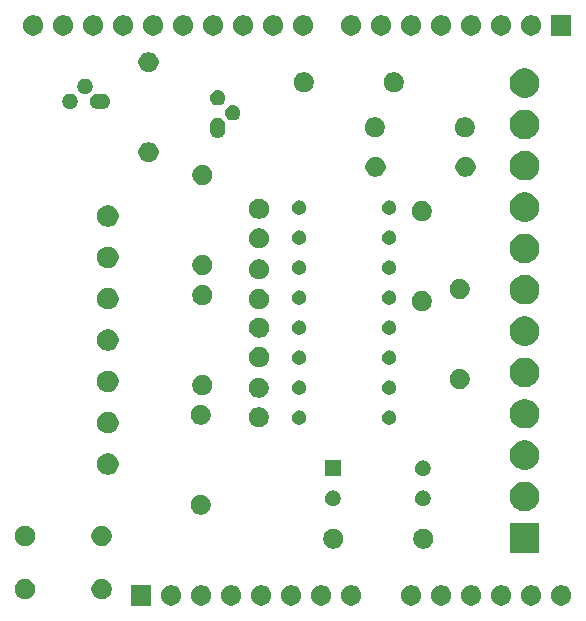
<source format=gbr>
G04 #@! TF.GenerationSoftware,KiCad,Pcbnew,(5.1.5)-3*
G04 #@! TF.CreationDate,2021-09-12T13:17:19-04:00*
G04 #@! TF.ProjectId,EtherTenFuranceMonitorRev2,45746865-7254-4656-9e46-7572616e6365,rev?*
G04 #@! TF.SameCoordinates,Original*
G04 #@! TF.FileFunction,Soldermask,Top*
G04 #@! TF.FilePolarity,Negative*
%FSLAX46Y46*%
G04 Gerber Fmt 4.6, Leading zero omitted, Abs format (unit mm)*
G04 Created by KiCad (PCBNEW (5.1.5)-3) date 2021-09-12 13:17:19*
%MOMM*%
%LPD*%
G04 APERTURE LIST*
%ADD10C,0.100000*%
G04 APERTURE END LIST*
D10*
G36*
X135394700Y-129997200D02*
G01*
X133667500Y-129997200D01*
X133667500Y-128270000D01*
X135394700Y-128270000D01*
X135394700Y-129997200D01*
G37*
G36*
X167803003Y-128303187D02*
G01*
X167960168Y-128368287D01*
X168101613Y-128462798D01*
X168221902Y-128583087D01*
X168316413Y-128724532D01*
X168381513Y-128881697D01*
X168414700Y-129048543D01*
X168414700Y-129218657D01*
X168381513Y-129385503D01*
X168316413Y-129542668D01*
X168221902Y-129684113D01*
X168101613Y-129804402D01*
X167960168Y-129898913D01*
X167803003Y-129964013D01*
X167636157Y-129997200D01*
X167466043Y-129997200D01*
X167299197Y-129964013D01*
X167142032Y-129898913D01*
X167000587Y-129804402D01*
X166880298Y-129684113D01*
X166785787Y-129542668D01*
X166720687Y-129385503D01*
X166687500Y-129218657D01*
X166687500Y-129048543D01*
X166720687Y-128881697D01*
X166785787Y-128724532D01*
X166880298Y-128583087D01*
X167000587Y-128462798D01*
X167142032Y-128368287D01*
X167299197Y-128303187D01*
X167466043Y-128270000D01*
X167636157Y-128270000D01*
X167803003Y-128303187D01*
G37*
G36*
X170343003Y-128303187D02*
G01*
X170500168Y-128368287D01*
X170641613Y-128462798D01*
X170761902Y-128583087D01*
X170856413Y-128724532D01*
X170921513Y-128881697D01*
X170954700Y-129048543D01*
X170954700Y-129218657D01*
X170921513Y-129385503D01*
X170856413Y-129542668D01*
X170761902Y-129684113D01*
X170641613Y-129804402D01*
X170500168Y-129898913D01*
X170343003Y-129964013D01*
X170176157Y-129997200D01*
X170006043Y-129997200D01*
X169839197Y-129964013D01*
X169682032Y-129898913D01*
X169540587Y-129804402D01*
X169420298Y-129684113D01*
X169325787Y-129542668D01*
X169260687Y-129385503D01*
X169227500Y-129218657D01*
X169227500Y-129048543D01*
X169260687Y-128881697D01*
X169325787Y-128724532D01*
X169420298Y-128583087D01*
X169540587Y-128462798D01*
X169682032Y-128368287D01*
X169839197Y-128303187D01*
X170006043Y-128270000D01*
X170176157Y-128270000D01*
X170343003Y-128303187D01*
G37*
G36*
X165263003Y-128303187D02*
G01*
X165420168Y-128368287D01*
X165561613Y-128462798D01*
X165681902Y-128583087D01*
X165776413Y-128724532D01*
X165841513Y-128881697D01*
X165874700Y-129048543D01*
X165874700Y-129218657D01*
X165841513Y-129385503D01*
X165776413Y-129542668D01*
X165681902Y-129684113D01*
X165561613Y-129804402D01*
X165420168Y-129898913D01*
X165263003Y-129964013D01*
X165096157Y-129997200D01*
X164926043Y-129997200D01*
X164759197Y-129964013D01*
X164602032Y-129898913D01*
X164460587Y-129804402D01*
X164340298Y-129684113D01*
X164245787Y-129542668D01*
X164180687Y-129385503D01*
X164147500Y-129218657D01*
X164147500Y-129048543D01*
X164180687Y-128881697D01*
X164245787Y-128724532D01*
X164340298Y-128583087D01*
X164460587Y-128462798D01*
X164602032Y-128368287D01*
X164759197Y-128303187D01*
X164926043Y-128270000D01*
X165096157Y-128270000D01*
X165263003Y-128303187D01*
G37*
G36*
X162723003Y-128303187D02*
G01*
X162880168Y-128368287D01*
X163021613Y-128462798D01*
X163141902Y-128583087D01*
X163236413Y-128724532D01*
X163301513Y-128881697D01*
X163334700Y-129048543D01*
X163334700Y-129218657D01*
X163301513Y-129385503D01*
X163236413Y-129542668D01*
X163141902Y-129684113D01*
X163021613Y-129804402D01*
X162880168Y-129898913D01*
X162723003Y-129964013D01*
X162556157Y-129997200D01*
X162386043Y-129997200D01*
X162219197Y-129964013D01*
X162062032Y-129898913D01*
X161920587Y-129804402D01*
X161800298Y-129684113D01*
X161705787Y-129542668D01*
X161640687Y-129385503D01*
X161607500Y-129218657D01*
X161607500Y-129048543D01*
X161640687Y-128881697D01*
X161705787Y-128724532D01*
X161800298Y-128583087D01*
X161920587Y-128462798D01*
X162062032Y-128368287D01*
X162219197Y-128303187D01*
X162386043Y-128270000D01*
X162556157Y-128270000D01*
X162723003Y-128303187D01*
G37*
G36*
X160183003Y-128303187D02*
G01*
X160340168Y-128368287D01*
X160481613Y-128462798D01*
X160601902Y-128583087D01*
X160696413Y-128724532D01*
X160761513Y-128881697D01*
X160794700Y-129048543D01*
X160794700Y-129218657D01*
X160761513Y-129385503D01*
X160696413Y-129542668D01*
X160601902Y-129684113D01*
X160481613Y-129804402D01*
X160340168Y-129898913D01*
X160183003Y-129964013D01*
X160016157Y-129997200D01*
X159846043Y-129997200D01*
X159679197Y-129964013D01*
X159522032Y-129898913D01*
X159380587Y-129804402D01*
X159260298Y-129684113D01*
X159165787Y-129542668D01*
X159100687Y-129385503D01*
X159067500Y-129218657D01*
X159067500Y-129048543D01*
X159100687Y-128881697D01*
X159165787Y-128724532D01*
X159260298Y-128583087D01*
X159380587Y-128462798D01*
X159522032Y-128368287D01*
X159679197Y-128303187D01*
X159846043Y-128270000D01*
X160016157Y-128270000D01*
X160183003Y-128303187D01*
G37*
G36*
X157643003Y-128303187D02*
G01*
X157800168Y-128368287D01*
X157941613Y-128462798D01*
X158061902Y-128583087D01*
X158156413Y-128724532D01*
X158221513Y-128881697D01*
X158254700Y-129048543D01*
X158254700Y-129218657D01*
X158221513Y-129385503D01*
X158156413Y-129542668D01*
X158061902Y-129684113D01*
X157941613Y-129804402D01*
X157800168Y-129898913D01*
X157643003Y-129964013D01*
X157476157Y-129997200D01*
X157306043Y-129997200D01*
X157139197Y-129964013D01*
X156982032Y-129898913D01*
X156840587Y-129804402D01*
X156720298Y-129684113D01*
X156625787Y-129542668D01*
X156560687Y-129385503D01*
X156527500Y-129218657D01*
X156527500Y-129048543D01*
X156560687Y-128881697D01*
X156625787Y-128724532D01*
X156720298Y-128583087D01*
X156840587Y-128462798D01*
X156982032Y-128368287D01*
X157139197Y-128303187D01*
X157306043Y-128270000D01*
X157476157Y-128270000D01*
X157643003Y-128303187D01*
G37*
G36*
X152563003Y-128303187D02*
G01*
X152720168Y-128368287D01*
X152861613Y-128462798D01*
X152981902Y-128583087D01*
X153076413Y-128724532D01*
X153141513Y-128881697D01*
X153174700Y-129048543D01*
X153174700Y-129218657D01*
X153141513Y-129385503D01*
X153076413Y-129542668D01*
X152981902Y-129684113D01*
X152861613Y-129804402D01*
X152720168Y-129898913D01*
X152563003Y-129964013D01*
X152396157Y-129997200D01*
X152226043Y-129997200D01*
X152059197Y-129964013D01*
X151902032Y-129898913D01*
X151760587Y-129804402D01*
X151640298Y-129684113D01*
X151545787Y-129542668D01*
X151480687Y-129385503D01*
X151447500Y-129218657D01*
X151447500Y-129048543D01*
X151480687Y-128881697D01*
X151545787Y-128724532D01*
X151640298Y-128583087D01*
X151760587Y-128462798D01*
X151902032Y-128368287D01*
X152059197Y-128303187D01*
X152226043Y-128270000D01*
X152396157Y-128270000D01*
X152563003Y-128303187D01*
G37*
G36*
X147483003Y-128303187D02*
G01*
X147640168Y-128368287D01*
X147781613Y-128462798D01*
X147901902Y-128583087D01*
X147996413Y-128724532D01*
X148061513Y-128881697D01*
X148094700Y-129048543D01*
X148094700Y-129218657D01*
X148061513Y-129385503D01*
X147996413Y-129542668D01*
X147901902Y-129684113D01*
X147781613Y-129804402D01*
X147640168Y-129898913D01*
X147483003Y-129964013D01*
X147316157Y-129997200D01*
X147146043Y-129997200D01*
X146979197Y-129964013D01*
X146822032Y-129898913D01*
X146680587Y-129804402D01*
X146560298Y-129684113D01*
X146465787Y-129542668D01*
X146400687Y-129385503D01*
X146367500Y-129218657D01*
X146367500Y-129048543D01*
X146400687Y-128881697D01*
X146465787Y-128724532D01*
X146560298Y-128583087D01*
X146680587Y-128462798D01*
X146822032Y-128368287D01*
X146979197Y-128303187D01*
X147146043Y-128270000D01*
X147316157Y-128270000D01*
X147483003Y-128303187D01*
G37*
G36*
X150023003Y-128303187D02*
G01*
X150180168Y-128368287D01*
X150321613Y-128462798D01*
X150441902Y-128583087D01*
X150536413Y-128724532D01*
X150601513Y-128881697D01*
X150634700Y-129048543D01*
X150634700Y-129218657D01*
X150601513Y-129385503D01*
X150536413Y-129542668D01*
X150441902Y-129684113D01*
X150321613Y-129804402D01*
X150180168Y-129898913D01*
X150023003Y-129964013D01*
X149856157Y-129997200D01*
X149686043Y-129997200D01*
X149519197Y-129964013D01*
X149362032Y-129898913D01*
X149220587Y-129804402D01*
X149100298Y-129684113D01*
X149005787Y-129542668D01*
X148940687Y-129385503D01*
X148907500Y-129218657D01*
X148907500Y-129048543D01*
X148940687Y-128881697D01*
X149005787Y-128724532D01*
X149100298Y-128583087D01*
X149220587Y-128462798D01*
X149362032Y-128368287D01*
X149519197Y-128303187D01*
X149686043Y-128270000D01*
X149856157Y-128270000D01*
X150023003Y-128303187D01*
G37*
G36*
X137323003Y-128303187D02*
G01*
X137480168Y-128368287D01*
X137621613Y-128462798D01*
X137741902Y-128583087D01*
X137836413Y-128724532D01*
X137901513Y-128881697D01*
X137934700Y-129048543D01*
X137934700Y-129218657D01*
X137901513Y-129385503D01*
X137836413Y-129542668D01*
X137741902Y-129684113D01*
X137621613Y-129804402D01*
X137480168Y-129898913D01*
X137323003Y-129964013D01*
X137156157Y-129997200D01*
X136986043Y-129997200D01*
X136819197Y-129964013D01*
X136662032Y-129898913D01*
X136520587Y-129804402D01*
X136400298Y-129684113D01*
X136305787Y-129542668D01*
X136240687Y-129385503D01*
X136207500Y-129218657D01*
X136207500Y-129048543D01*
X136240687Y-128881697D01*
X136305787Y-128724532D01*
X136400298Y-128583087D01*
X136520587Y-128462798D01*
X136662032Y-128368287D01*
X136819197Y-128303187D01*
X136986043Y-128270000D01*
X137156157Y-128270000D01*
X137323003Y-128303187D01*
G37*
G36*
X139863003Y-128303187D02*
G01*
X140020168Y-128368287D01*
X140161613Y-128462798D01*
X140281902Y-128583087D01*
X140376413Y-128724532D01*
X140441513Y-128881697D01*
X140474700Y-129048543D01*
X140474700Y-129218657D01*
X140441513Y-129385503D01*
X140376413Y-129542668D01*
X140281902Y-129684113D01*
X140161613Y-129804402D01*
X140020168Y-129898913D01*
X139863003Y-129964013D01*
X139696157Y-129997200D01*
X139526043Y-129997200D01*
X139359197Y-129964013D01*
X139202032Y-129898913D01*
X139060587Y-129804402D01*
X138940298Y-129684113D01*
X138845787Y-129542668D01*
X138780687Y-129385503D01*
X138747500Y-129218657D01*
X138747500Y-129048543D01*
X138780687Y-128881697D01*
X138845787Y-128724532D01*
X138940298Y-128583087D01*
X139060587Y-128462798D01*
X139202032Y-128368287D01*
X139359197Y-128303187D01*
X139526043Y-128270000D01*
X139696157Y-128270000D01*
X139863003Y-128303187D01*
G37*
G36*
X144943003Y-128303187D02*
G01*
X145100168Y-128368287D01*
X145241613Y-128462798D01*
X145361902Y-128583087D01*
X145456413Y-128724532D01*
X145521513Y-128881697D01*
X145554700Y-129048543D01*
X145554700Y-129218657D01*
X145521513Y-129385503D01*
X145456413Y-129542668D01*
X145361902Y-129684113D01*
X145241613Y-129804402D01*
X145100168Y-129898913D01*
X144943003Y-129964013D01*
X144776157Y-129997200D01*
X144606043Y-129997200D01*
X144439197Y-129964013D01*
X144282032Y-129898913D01*
X144140587Y-129804402D01*
X144020298Y-129684113D01*
X143925787Y-129542668D01*
X143860687Y-129385503D01*
X143827500Y-129218657D01*
X143827500Y-129048543D01*
X143860687Y-128881697D01*
X143925787Y-128724532D01*
X144020298Y-128583087D01*
X144140587Y-128462798D01*
X144282032Y-128368287D01*
X144439197Y-128303187D01*
X144606043Y-128270000D01*
X144776157Y-128270000D01*
X144943003Y-128303187D01*
G37*
G36*
X142403003Y-128303187D02*
G01*
X142560168Y-128368287D01*
X142701613Y-128462798D01*
X142821902Y-128583087D01*
X142916413Y-128724532D01*
X142981513Y-128881697D01*
X143014700Y-129048543D01*
X143014700Y-129218657D01*
X142981513Y-129385503D01*
X142916413Y-129542668D01*
X142821902Y-129684113D01*
X142701613Y-129804402D01*
X142560168Y-129898913D01*
X142403003Y-129964013D01*
X142236157Y-129997200D01*
X142066043Y-129997200D01*
X141899197Y-129964013D01*
X141742032Y-129898913D01*
X141600587Y-129804402D01*
X141480298Y-129684113D01*
X141385787Y-129542668D01*
X141320687Y-129385503D01*
X141287500Y-129218657D01*
X141287500Y-129048543D01*
X141320687Y-128881697D01*
X141385787Y-128724532D01*
X141480298Y-128583087D01*
X141600587Y-128462798D01*
X141742032Y-128368287D01*
X141899197Y-128303187D01*
X142066043Y-128270000D01*
X142236157Y-128270000D01*
X142403003Y-128303187D01*
G37*
G36*
X124927803Y-127769787D02*
G01*
X125084968Y-127834887D01*
X125226413Y-127929398D01*
X125346702Y-128049687D01*
X125441213Y-128191132D01*
X125506313Y-128348297D01*
X125539500Y-128515143D01*
X125539500Y-128685257D01*
X125506313Y-128852103D01*
X125441213Y-129009268D01*
X125346702Y-129150713D01*
X125226413Y-129271002D01*
X125084968Y-129365513D01*
X124927803Y-129430613D01*
X124760957Y-129463800D01*
X124590843Y-129463800D01*
X124423997Y-129430613D01*
X124266832Y-129365513D01*
X124125387Y-129271002D01*
X124005098Y-129150713D01*
X123910587Y-129009268D01*
X123845487Y-128852103D01*
X123812300Y-128685257D01*
X123812300Y-128515143D01*
X123845487Y-128348297D01*
X123910587Y-128191132D01*
X124005098Y-128049687D01*
X124125387Y-127929398D01*
X124266832Y-127834887D01*
X124423997Y-127769787D01*
X124590843Y-127736600D01*
X124760957Y-127736600D01*
X124927803Y-127769787D01*
G37*
G36*
X131430203Y-127769787D02*
G01*
X131587368Y-127834887D01*
X131728813Y-127929398D01*
X131849102Y-128049687D01*
X131943613Y-128191132D01*
X132008713Y-128348297D01*
X132041900Y-128515143D01*
X132041900Y-128685257D01*
X132008713Y-128852103D01*
X131943613Y-129009268D01*
X131849102Y-129150713D01*
X131728813Y-129271002D01*
X131587368Y-129365513D01*
X131430203Y-129430613D01*
X131263357Y-129463800D01*
X131093243Y-129463800D01*
X130926397Y-129430613D01*
X130769232Y-129365513D01*
X130627787Y-129271002D01*
X130507498Y-129150713D01*
X130412987Y-129009268D01*
X130347887Y-128852103D01*
X130314700Y-128685257D01*
X130314700Y-128515143D01*
X130347887Y-128348297D01*
X130412987Y-128191132D01*
X130507498Y-128049687D01*
X130627787Y-127929398D01*
X130769232Y-127834887D01*
X130926397Y-127769787D01*
X131093243Y-127736600D01*
X131263357Y-127736600D01*
X131430203Y-127769787D01*
G37*
G36*
X168241000Y-125501000D02*
G01*
X165739000Y-125501000D01*
X165739000Y-122999000D01*
X168241000Y-122999000D01*
X168241000Y-125501000D01*
G37*
G36*
X158658228Y-123511703D02*
G01*
X158813100Y-123575853D01*
X158952481Y-123668985D01*
X159071015Y-123787519D01*
X159164147Y-123926900D01*
X159228297Y-124081772D01*
X159261000Y-124246184D01*
X159261000Y-124413816D01*
X159228297Y-124578228D01*
X159164147Y-124733100D01*
X159071015Y-124872481D01*
X158952481Y-124991015D01*
X158813100Y-125084147D01*
X158658228Y-125148297D01*
X158493816Y-125181000D01*
X158326184Y-125181000D01*
X158161772Y-125148297D01*
X158006900Y-125084147D01*
X157867519Y-124991015D01*
X157748985Y-124872481D01*
X157655853Y-124733100D01*
X157591703Y-124578228D01*
X157559000Y-124413816D01*
X157559000Y-124246184D01*
X157591703Y-124081772D01*
X157655853Y-123926900D01*
X157748985Y-123787519D01*
X157867519Y-123668985D01*
X158006900Y-123575853D01*
X158161772Y-123511703D01*
X158326184Y-123479000D01*
X158493816Y-123479000D01*
X158658228Y-123511703D01*
G37*
G36*
X151038228Y-123511703D02*
G01*
X151193100Y-123575853D01*
X151332481Y-123668985D01*
X151451015Y-123787519D01*
X151544147Y-123926900D01*
X151608297Y-124081772D01*
X151641000Y-124246184D01*
X151641000Y-124413816D01*
X151608297Y-124578228D01*
X151544147Y-124733100D01*
X151451015Y-124872481D01*
X151332481Y-124991015D01*
X151193100Y-125084147D01*
X151038228Y-125148297D01*
X150873816Y-125181000D01*
X150706184Y-125181000D01*
X150541772Y-125148297D01*
X150386900Y-125084147D01*
X150247519Y-124991015D01*
X150128985Y-124872481D01*
X150035853Y-124733100D01*
X149971703Y-124578228D01*
X149939000Y-124413816D01*
X149939000Y-124246184D01*
X149971703Y-124081772D01*
X150035853Y-123926900D01*
X150128985Y-123787519D01*
X150247519Y-123668985D01*
X150386900Y-123575853D01*
X150541772Y-123511703D01*
X150706184Y-123479000D01*
X150873816Y-123479000D01*
X151038228Y-123511703D01*
G37*
G36*
X124927803Y-123248587D02*
G01*
X125084968Y-123313687D01*
X125226413Y-123408198D01*
X125346702Y-123528487D01*
X125441213Y-123669932D01*
X125506313Y-123827097D01*
X125539500Y-123993943D01*
X125539500Y-124164057D01*
X125506313Y-124330903D01*
X125441213Y-124488068D01*
X125346702Y-124629513D01*
X125226413Y-124749802D01*
X125084968Y-124844313D01*
X124927803Y-124909413D01*
X124760957Y-124942600D01*
X124590843Y-124942600D01*
X124423997Y-124909413D01*
X124266832Y-124844313D01*
X124125387Y-124749802D01*
X124005098Y-124629513D01*
X123910587Y-124488068D01*
X123845487Y-124330903D01*
X123812300Y-124164057D01*
X123812300Y-123993943D01*
X123845487Y-123827097D01*
X123910587Y-123669932D01*
X124005098Y-123528487D01*
X124125387Y-123408198D01*
X124266832Y-123313687D01*
X124423997Y-123248587D01*
X124590843Y-123215400D01*
X124760957Y-123215400D01*
X124927803Y-123248587D01*
G37*
G36*
X131430203Y-123248587D02*
G01*
X131587368Y-123313687D01*
X131728813Y-123408198D01*
X131849102Y-123528487D01*
X131943613Y-123669932D01*
X132008713Y-123827097D01*
X132041900Y-123993943D01*
X132041900Y-124164057D01*
X132008713Y-124330903D01*
X131943613Y-124488068D01*
X131849102Y-124629513D01*
X131728813Y-124749802D01*
X131587368Y-124844313D01*
X131430203Y-124909413D01*
X131263357Y-124942600D01*
X131093243Y-124942600D01*
X130926397Y-124909413D01*
X130769232Y-124844313D01*
X130627787Y-124749802D01*
X130507498Y-124629513D01*
X130412987Y-124488068D01*
X130347887Y-124330903D01*
X130314700Y-124164057D01*
X130314700Y-123993943D01*
X130347887Y-123827097D01*
X130412987Y-123669932D01*
X130507498Y-123528487D01*
X130627787Y-123408198D01*
X130769232Y-123313687D01*
X130926397Y-123248587D01*
X131093243Y-123215400D01*
X131263357Y-123215400D01*
X131430203Y-123248587D01*
G37*
G36*
X139818228Y-120631703D02*
G01*
X139973100Y-120695853D01*
X140112481Y-120788985D01*
X140231015Y-120907519D01*
X140324147Y-121046900D01*
X140388297Y-121201772D01*
X140421000Y-121366184D01*
X140421000Y-121533816D01*
X140388297Y-121698228D01*
X140324147Y-121853100D01*
X140231015Y-121992481D01*
X140112481Y-122111015D01*
X139973100Y-122204147D01*
X139818228Y-122268297D01*
X139653816Y-122301000D01*
X139486184Y-122301000D01*
X139321772Y-122268297D01*
X139166900Y-122204147D01*
X139027519Y-122111015D01*
X138908985Y-121992481D01*
X138815853Y-121853100D01*
X138751703Y-121698228D01*
X138719000Y-121533816D01*
X138719000Y-121366184D01*
X138751703Y-121201772D01*
X138815853Y-121046900D01*
X138908985Y-120907519D01*
X139027519Y-120788985D01*
X139166900Y-120695853D01*
X139321772Y-120631703D01*
X139486184Y-120599000D01*
X139653816Y-120599000D01*
X139818228Y-120631703D01*
G37*
G36*
X167354903Y-119547075D02*
G01*
X167582571Y-119641378D01*
X167787466Y-119778285D01*
X167961715Y-119952534D01*
X167961716Y-119952536D01*
X168098623Y-120157431D01*
X168192925Y-120385097D01*
X168241000Y-120626786D01*
X168241000Y-120873214D01*
X168192925Y-121114903D01*
X168100018Y-121339202D01*
X168098622Y-121342571D01*
X167961715Y-121547466D01*
X167787466Y-121721715D01*
X167582571Y-121858622D01*
X167582570Y-121858623D01*
X167582569Y-121858623D01*
X167354903Y-121952925D01*
X167113214Y-122001000D01*
X166866786Y-122001000D01*
X166625097Y-121952925D01*
X166397431Y-121858623D01*
X166397430Y-121858623D01*
X166397429Y-121858622D01*
X166192534Y-121721715D01*
X166018285Y-121547466D01*
X165881378Y-121342571D01*
X165879983Y-121339202D01*
X165787075Y-121114903D01*
X165739000Y-120873214D01*
X165739000Y-120626786D01*
X165787075Y-120385097D01*
X165881377Y-120157431D01*
X166018284Y-119952536D01*
X166018285Y-119952534D01*
X166192534Y-119778285D01*
X166397429Y-119641378D01*
X166625097Y-119547075D01*
X166866786Y-119499000D01*
X167113214Y-119499000D01*
X167354903Y-119547075D01*
G37*
G36*
X158576394Y-120262574D02*
G01*
X158698927Y-120313328D01*
X158809202Y-120387012D01*
X158902988Y-120480798D01*
X158976672Y-120591073D01*
X159027426Y-120713606D01*
X159053300Y-120843684D01*
X159053300Y-120976316D01*
X159027426Y-121106394D01*
X158976672Y-121228927D01*
X158902988Y-121339202D01*
X158809202Y-121432988D01*
X158698927Y-121506672D01*
X158576394Y-121557426D01*
X158446316Y-121583300D01*
X158313684Y-121583300D01*
X158183606Y-121557426D01*
X158061073Y-121506672D01*
X157950798Y-121432988D01*
X157857012Y-121339202D01*
X157783328Y-121228927D01*
X157732574Y-121106394D01*
X157706700Y-120976316D01*
X157706700Y-120843684D01*
X157732574Y-120713606D01*
X157783328Y-120591073D01*
X157857012Y-120480798D01*
X157950798Y-120387012D01*
X158061073Y-120313328D01*
X158183606Y-120262574D01*
X158313684Y-120236700D01*
X158446316Y-120236700D01*
X158576394Y-120262574D01*
G37*
G36*
X150956394Y-120262574D02*
G01*
X151078927Y-120313328D01*
X151189202Y-120387012D01*
X151282988Y-120480798D01*
X151356672Y-120591073D01*
X151407426Y-120713606D01*
X151433300Y-120843684D01*
X151433300Y-120976316D01*
X151407426Y-121106394D01*
X151356672Y-121228927D01*
X151282988Y-121339202D01*
X151189202Y-121432988D01*
X151078927Y-121506672D01*
X150956394Y-121557426D01*
X150826316Y-121583300D01*
X150693684Y-121583300D01*
X150563606Y-121557426D01*
X150441073Y-121506672D01*
X150330798Y-121432988D01*
X150237012Y-121339202D01*
X150163328Y-121228927D01*
X150112574Y-121106394D01*
X150086700Y-120976316D01*
X150086700Y-120843684D01*
X150112574Y-120713606D01*
X150163328Y-120591073D01*
X150237012Y-120480798D01*
X150330798Y-120387012D01*
X150441073Y-120313328D01*
X150563606Y-120262574D01*
X150693684Y-120236700D01*
X150826316Y-120236700D01*
X150956394Y-120262574D01*
G37*
G36*
X151433300Y-119043300D02*
G01*
X150086700Y-119043300D01*
X150086700Y-117696700D01*
X151433300Y-117696700D01*
X151433300Y-119043300D01*
G37*
G36*
X158576394Y-117722574D02*
G01*
X158698927Y-117773328D01*
X158809202Y-117847012D01*
X158902988Y-117940798D01*
X158976672Y-118051073D01*
X159027426Y-118173606D01*
X159053300Y-118303684D01*
X159053300Y-118436316D01*
X159027426Y-118566394D01*
X158976672Y-118688927D01*
X158902988Y-118799202D01*
X158809202Y-118892988D01*
X158698927Y-118966672D01*
X158576394Y-119017426D01*
X158446316Y-119043300D01*
X158313684Y-119043300D01*
X158183606Y-119017426D01*
X158061073Y-118966672D01*
X157950798Y-118892988D01*
X157857012Y-118799202D01*
X157783328Y-118688927D01*
X157732574Y-118566394D01*
X157706700Y-118436316D01*
X157706700Y-118303684D01*
X157732574Y-118173606D01*
X157783328Y-118051073D01*
X157857012Y-117940798D01*
X157950798Y-117847012D01*
X158061073Y-117773328D01*
X158183606Y-117722574D01*
X158313684Y-117696700D01*
X158446316Y-117696700D01*
X158576394Y-117722574D01*
G37*
G36*
X131966778Y-117130547D02*
G01*
X132133224Y-117199491D01*
X132283022Y-117299583D01*
X132410417Y-117426978D01*
X132510509Y-117576776D01*
X132579453Y-117743222D01*
X132614600Y-117919918D01*
X132614600Y-118100082D01*
X132579453Y-118276778D01*
X132510509Y-118443224D01*
X132410417Y-118593022D01*
X132283022Y-118720417D01*
X132133224Y-118820509D01*
X131966778Y-118889453D01*
X131790082Y-118924600D01*
X131609918Y-118924600D01*
X131433222Y-118889453D01*
X131266776Y-118820509D01*
X131116978Y-118720417D01*
X130989583Y-118593022D01*
X130889491Y-118443224D01*
X130820547Y-118276778D01*
X130785400Y-118100082D01*
X130785400Y-117919918D01*
X130820547Y-117743222D01*
X130889491Y-117576776D01*
X130989583Y-117426978D01*
X131116978Y-117299583D01*
X131266776Y-117199491D01*
X131433222Y-117130547D01*
X131609918Y-117095400D01*
X131790082Y-117095400D01*
X131966778Y-117130547D01*
G37*
G36*
X167354903Y-116047075D02*
G01*
X167582571Y-116141378D01*
X167787466Y-116278285D01*
X167961715Y-116452534D01*
X168098622Y-116657429D01*
X168192925Y-116885097D01*
X168241000Y-117126787D01*
X168241000Y-117373213D01*
X168192925Y-117614903D01*
X168098622Y-117842571D01*
X167961715Y-118047466D01*
X167787466Y-118221715D01*
X167582571Y-118358622D01*
X167582570Y-118358623D01*
X167582569Y-118358623D01*
X167354903Y-118452925D01*
X167113214Y-118501000D01*
X166866786Y-118501000D01*
X166625097Y-118452925D01*
X166397431Y-118358623D01*
X166397430Y-118358623D01*
X166397429Y-118358622D01*
X166192534Y-118221715D01*
X166018285Y-118047466D01*
X165881378Y-117842571D01*
X165787075Y-117614903D01*
X165739000Y-117373213D01*
X165739000Y-117126787D01*
X165787075Y-116885097D01*
X165881378Y-116657429D01*
X166018285Y-116452534D01*
X166192534Y-116278285D01*
X166397429Y-116141378D01*
X166625097Y-116047075D01*
X166866786Y-115999000D01*
X167113214Y-115999000D01*
X167354903Y-116047075D01*
G37*
G36*
X131966778Y-113630546D02*
G01*
X132133224Y-113699490D01*
X132283022Y-113799582D01*
X132410417Y-113926977D01*
X132510509Y-114076775D01*
X132579453Y-114243221D01*
X132614600Y-114419917D01*
X132614600Y-114600081D01*
X132579453Y-114776777D01*
X132510509Y-114943223D01*
X132410417Y-115093021D01*
X132283022Y-115220416D01*
X132133224Y-115320508D01*
X131966778Y-115389452D01*
X131790082Y-115424599D01*
X131609918Y-115424599D01*
X131433222Y-115389452D01*
X131266776Y-115320508D01*
X131116978Y-115220416D01*
X130989583Y-115093021D01*
X130889491Y-114943223D01*
X130820547Y-114776777D01*
X130785400Y-114600081D01*
X130785400Y-114419917D01*
X130820547Y-114243221D01*
X130889491Y-114076775D01*
X130989583Y-113926977D01*
X131116978Y-113799582D01*
X131266776Y-113699490D01*
X131433222Y-113630546D01*
X131609918Y-113595399D01*
X131790082Y-113595399D01*
X131966778Y-113630546D01*
G37*
G36*
X167354903Y-112547075D02*
G01*
X167582571Y-112641378D01*
X167787466Y-112778285D01*
X167961715Y-112952534D01*
X168044114Y-113075853D01*
X168098623Y-113157431D01*
X168192925Y-113385097D01*
X168241000Y-113626786D01*
X168241000Y-113873214D01*
X168192925Y-114114903D01*
X168116990Y-114298228D01*
X168098622Y-114342571D01*
X167961715Y-114547466D01*
X167787466Y-114721715D01*
X167582571Y-114858622D01*
X167582570Y-114858623D01*
X167582569Y-114858623D01*
X167354903Y-114952925D01*
X167113214Y-115001000D01*
X166866786Y-115001000D01*
X166625097Y-114952925D01*
X166397431Y-114858623D01*
X166397430Y-114858623D01*
X166397429Y-114858622D01*
X166192534Y-114721715D01*
X166018285Y-114547466D01*
X165881378Y-114342571D01*
X165863011Y-114298228D01*
X165787075Y-114114903D01*
X165739000Y-113873214D01*
X165739000Y-113626786D01*
X165787075Y-113385097D01*
X165881377Y-113157431D01*
X165935886Y-113075853D01*
X166018285Y-112952534D01*
X166192534Y-112778285D01*
X166397429Y-112641378D01*
X166625097Y-112547075D01*
X166866786Y-112499000D01*
X167113214Y-112499000D01*
X167354903Y-112547075D01*
G37*
G36*
X144728228Y-113231703D02*
G01*
X144883100Y-113295853D01*
X145022481Y-113388985D01*
X145141015Y-113507519D01*
X145234147Y-113646900D01*
X145298297Y-113801772D01*
X145331000Y-113966184D01*
X145331000Y-114133816D01*
X145298297Y-114298228D01*
X145234147Y-114453100D01*
X145141015Y-114592481D01*
X145022481Y-114711015D01*
X144883100Y-114804147D01*
X144728228Y-114868297D01*
X144563816Y-114901000D01*
X144396184Y-114901000D01*
X144231772Y-114868297D01*
X144076900Y-114804147D01*
X143937519Y-114711015D01*
X143818985Y-114592481D01*
X143725853Y-114453100D01*
X143661703Y-114298228D01*
X143629000Y-114133816D01*
X143629000Y-113966184D01*
X143661703Y-113801772D01*
X143725853Y-113646900D01*
X143818985Y-113507519D01*
X143937519Y-113388985D01*
X144076900Y-113295853D01*
X144231772Y-113231703D01*
X144396184Y-113199000D01*
X144563816Y-113199000D01*
X144728228Y-113231703D01*
G37*
G36*
X139818228Y-113011703D02*
G01*
X139973100Y-113075853D01*
X140112481Y-113168985D01*
X140231015Y-113287519D01*
X140324147Y-113426900D01*
X140388297Y-113581772D01*
X140421000Y-113746184D01*
X140421000Y-113913816D01*
X140388297Y-114078228D01*
X140324147Y-114233100D01*
X140231015Y-114372481D01*
X140112481Y-114491015D01*
X139973100Y-114584147D01*
X139818228Y-114648297D01*
X139653816Y-114681000D01*
X139486184Y-114681000D01*
X139321772Y-114648297D01*
X139166900Y-114584147D01*
X139027519Y-114491015D01*
X138908985Y-114372481D01*
X138815853Y-114233100D01*
X138751703Y-114078228D01*
X138719000Y-113913816D01*
X138719000Y-113746184D01*
X138751703Y-113581772D01*
X138815853Y-113426900D01*
X138908985Y-113287519D01*
X139027519Y-113168985D01*
X139166900Y-113075853D01*
X139321772Y-113011703D01*
X139486184Y-112979000D01*
X139653816Y-112979000D01*
X139818228Y-113011703D01*
G37*
G36*
X155655715Y-113488197D02*
G01*
X155694168Y-113495846D01*
X155802833Y-113540857D01*
X155900629Y-113606202D01*
X155983798Y-113689371D01*
X156049143Y-113787167D01*
X156049144Y-113787169D01*
X156094154Y-113895833D01*
X156117100Y-114011189D01*
X156117100Y-114128811D01*
X156116104Y-114133816D01*
X156094154Y-114244168D01*
X156049143Y-114352833D01*
X155983798Y-114450629D01*
X155900629Y-114533798D01*
X155802833Y-114599143D01*
X155802832Y-114599144D01*
X155802831Y-114599144D01*
X155771005Y-114612327D01*
X155694168Y-114644154D01*
X155673349Y-114648295D01*
X155578811Y-114667100D01*
X155461189Y-114667100D01*
X155366651Y-114648295D01*
X155345832Y-114644154D01*
X155268995Y-114612327D01*
X155237169Y-114599144D01*
X155237168Y-114599144D01*
X155237167Y-114599143D01*
X155139371Y-114533798D01*
X155056202Y-114450629D01*
X154990857Y-114352833D01*
X154945846Y-114244168D01*
X154923896Y-114133816D01*
X154922900Y-114128811D01*
X154922900Y-114011189D01*
X154945846Y-113895833D01*
X154990856Y-113787169D01*
X154990857Y-113787167D01*
X155056202Y-113689371D01*
X155139371Y-113606202D01*
X155237167Y-113540857D01*
X155345832Y-113495846D01*
X155384285Y-113488197D01*
X155461189Y-113472900D01*
X155578811Y-113472900D01*
X155655715Y-113488197D01*
G37*
G36*
X148035715Y-113488197D02*
G01*
X148074168Y-113495846D01*
X148182833Y-113540857D01*
X148280629Y-113606202D01*
X148363798Y-113689371D01*
X148429143Y-113787167D01*
X148429144Y-113787169D01*
X148474154Y-113895833D01*
X148497100Y-114011189D01*
X148497100Y-114128811D01*
X148496104Y-114133816D01*
X148474154Y-114244168D01*
X148429143Y-114352833D01*
X148363798Y-114450629D01*
X148280629Y-114533798D01*
X148182833Y-114599143D01*
X148182832Y-114599144D01*
X148182831Y-114599144D01*
X148151005Y-114612327D01*
X148074168Y-114644154D01*
X148053349Y-114648295D01*
X147958811Y-114667100D01*
X147841189Y-114667100D01*
X147746651Y-114648295D01*
X147725832Y-114644154D01*
X147648995Y-114612327D01*
X147617169Y-114599144D01*
X147617168Y-114599144D01*
X147617167Y-114599143D01*
X147519371Y-114533798D01*
X147436202Y-114450629D01*
X147370857Y-114352833D01*
X147325846Y-114244168D01*
X147303896Y-114133816D01*
X147302900Y-114128811D01*
X147302900Y-114011189D01*
X147325846Y-113895833D01*
X147370856Y-113787169D01*
X147370857Y-113787167D01*
X147436202Y-113689371D01*
X147519371Y-113606202D01*
X147617167Y-113540857D01*
X147725832Y-113495846D01*
X147764285Y-113488197D01*
X147841189Y-113472900D01*
X147958811Y-113472900D01*
X148035715Y-113488197D01*
G37*
G36*
X144728228Y-110731703D02*
G01*
X144883100Y-110795853D01*
X145022481Y-110888985D01*
X145141015Y-111007519D01*
X145234147Y-111146900D01*
X145298297Y-111301772D01*
X145331000Y-111466184D01*
X145331000Y-111633816D01*
X145298297Y-111798228D01*
X145234147Y-111953100D01*
X145141015Y-112092481D01*
X145022481Y-112211015D01*
X144883100Y-112304147D01*
X144728228Y-112368297D01*
X144563816Y-112401000D01*
X144396184Y-112401000D01*
X144231772Y-112368297D01*
X144076900Y-112304147D01*
X143937519Y-112211015D01*
X143818985Y-112092481D01*
X143725853Y-111953100D01*
X143661703Y-111798228D01*
X143629000Y-111633816D01*
X143629000Y-111466184D01*
X143661703Y-111301772D01*
X143725853Y-111146900D01*
X143818985Y-111007519D01*
X143937519Y-110888985D01*
X144076900Y-110795853D01*
X144231772Y-110731703D01*
X144396184Y-110699000D01*
X144563816Y-110699000D01*
X144728228Y-110731703D01*
G37*
G36*
X139958228Y-110511703D02*
G01*
X140113100Y-110575853D01*
X140252481Y-110668985D01*
X140371015Y-110787519D01*
X140464147Y-110926900D01*
X140528297Y-111081772D01*
X140561000Y-111246184D01*
X140561000Y-111413816D01*
X140528297Y-111578228D01*
X140464147Y-111733100D01*
X140371015Y-111872481D01*
X140252481Y-111991015D01*
X140113100Y-112084147D01*
X139958228Y-112148297D01*
X139793816Y-112181000D01*
X139626184Y-112181000D01*
X139461772Y-112148297D01*
X139306900Y-112084147D01*
X139167519Y-111991015D01*
X139048985Y-111872481D01*
X138955853Y-111733100D01*
X138891703Y-111578228D01*
X138859000Y-111413816D01*
X138859000Y-111246184D01*
X138891703Y-111081772D01*
X138955853Y-110926900D01*
X139048985Y-110787519D01*
X139167519Y-110668985D01*
X139306900Y-110575853D01*
X139461772Y-110511703D01*
X139626184Y-110479000D01*
X139793816Y-110479000D01*
X139958228Y-110511703D01*
G37*
G36*
X155655715Y-110948197D02*
G01*
X155694168Y-110955846D01*
X155802833Y-111000857D01*
X155900629Y-111066202D01*
X155983798Y-111149371D01*
X156049143Y-111247167D01*
X156092766Y-111352480D01*
X156094154Y-111355833D01*
X156117100Y-111471189D01*
X156117100Y-111588811D01*
X156108148Y-111633815D01*
X156094154Y-111704168D01*
X156049143Y-111812833D01*
X155983798Y-111910629D01*
X155900629Y-111993798D01*
X155802833Y-112059143D01*
X155694168Y-112104154D01*
X155655715Y-112111803D01*
X155578811Y-112127100D01*
X155461189Y-112127100D01*
X155384285Y-112111803D01*
X155345832Y-112104154D01*
X155237167Y-112059143D01*
X155139371Y-111993798D01*
X155056202Y-111910629D01*
X154990857Y-111812833D01*
X154945846Y-111704168D01*
X154931852Y-111633815D01*
X154922900Y-111588811D01*
X154922900Y-111471189D01*
X154945846Y-111355833D01*
X154947235Y-111352480D01*
X154990857Y-111247167D01*
X155056202Y-111149371D01*
X155139371Y-111066202D01*
X155237167Y-111000857D01*
X155345832Y-110955846D01*
X155384285Y-110948197D01*
X155461189Y-110932900D01*
X155578811Y-110932900D01*
X155655715Y-110948197D01*
G37*
G36*
X148035715Y-110948197D02*
G01*
X148074168Y-110955846D01*
X148182833Y-111000857D01*
X148280629Y-111066202D01*
X148363798Y-111149371D01*
X148429143Y-111247167D01*
X148472766Y-111352480D01*
X148474154Y-111355833D01*
X148497100Y-111471189D01*
X148497100Y-111588811D01*
X148488148Y-111633815D01*
X148474154Y-111704168D01*
X148429143Y-111812833D01*
X148363798Y-111910629D01*
X148280629Y-111993798D01*
X148182833Y-112059143D01*
X148074168Y-112104154D01*
X148035715Y-112111803D01*
X147958811Y-112127100D01*
X147841189Y-112127100D01*
X147764285Y-112111803D01*
X147725832Y-112104154D01*
X147617167Y-112059143D01*
X147519371Y-111993798D01*
X147436202Y-111910629D01*
X147370857Y-111812833D01*
X147325846Y-111704168D01*
X147311852Y-111633815D01*
X147302900Y-111588811D01*
X147302900Y-111471189D01*
X147325846Y-111355833D01*
X147327235Y-111352480D01*
X147370857Y-111247167D01*
X147436202Y-111149371D01*
X147519371Y-111066202D01*
X147617167Y-111000857D01*
X147725832Y-110955846D01*
X147764285Y-110948197D01*
X147841189Y-110932900D01*
X147958811Y-110932900D01*
X148035715Y-110948197D01*
G37*
G36*
X131966778Y-110130546D02*
G01*
X132133224Y-110199490D01*
X132283022Y-110299582D01*
X132410417Y-110426977D01*
X132510509Y-110576775D01*
X132579453Y-110743221D01*
X132614600Y-110919917D01*
X132614600Y-111100081D01*
X132579453Y-111276777D01*
X132510509Y-111443223D01*
X132410417Y-111593021D01*
X132283022Y-111720416D01*
X132133224Y-111820508D01*
X131966778Y-111889452D01*
X131790082Y-111924599D01*
X131609918Y-111924599D01*
X131433222Y-111889452D01*
X131266776Y-111820508D01*
X131116978Y-111720416D01*
X130989583Y-111593021D01*
X130889491Y-111443223D01*
X130820547Y-111276777D01*
X130785400Y-111100081D01*
X130785400Y-110919917D01*
X130820547Y-110743221D01*
X130889491Y-110576775D01*
X130989583Y-110426977D01*
X131116978Y-110299582D01*
X131266776Y-110199490D01*
X131433222Y-110130546D01*
X131609918Y-110095399D01*
X131790082Y-110095399D01*
X131966778Y-110130546D01*
G37*
G36*
X161748228Y-109991703D02*
G01*
X161903100Y-110055853D01*
X162042481Y-110148985D01*
X162161015Y-110267519D01*
X162254147Y-110406900D01*
X162318297Y-110561772D01*
X162351000Y-110726184D01*
X162351000Y-110893816D01*
X162318297Y-111058228D01*
X162254147Y-111213100D01*
X162161015Y-111352481D01*
X162042481Y-111471015D01*
X161903100Y-111564147D01*
X161748228Y-111628297D01*
X161583816Y-111661000D01*
X161416184Y-111661000D01*
X161251772Y-111628297D01*
X161096900Y-111564147D01*
X160957519Y-111471015D01*
X160838985Y-111352481D01*
X160745853Y-111213100D01*
X160681703Y-111058228D01*
X160649000Y-110893816D01*
X160649000Y-110726184D01*
X160681703Y-110561772D01*
X160745853Y-110406900D01*
X160838985Y-110267519D01*
X160957519Y-110148985D01*
X161096900Y-110055853D01*
X161251772Y-109991703D01*
X161416184Y-109959000D01*
X161583816Y-109959000D01*
X161748228Y-109991703D01*
G37*
G36*
X167338514Y-109043815D02*
G01*
X167354903Y-109047075D01*
X167582571Y-109141378D01*
X167787466Y-109278285D01*
X167961715Y-109452534D01*
X168036297Y-109564154D01*
X168098623Y-109657431D01*
X168192925Y-109885097D01*
X168241000Y-110126786D01*
X168241000Y-110373214D01*
X168192925Y-110614903D01*
X168139775Y-110743220D01*
X168098622Y-110842571D01*
X167961715Y-111047466D01*
X167787466Y-111221715D01*
X167582571Y-111358622D01*
X167582570Y-111358623D01*
X167582569Y-111358623D01*
X167354903Y-111452925D01*
X167113214Y-111501000D01*
X166866786Y-111501000D01*
X166625097Y-111452925D01*
X166397431Y-111358623D01*
X166397430Y-111358623D01*
X166397429Y-111358622D01*
X166192534Y-111221715D01*
X166018285Y-111047466D01*
X165881378Y-110842571D01*
X165840226Y-110743220D01*
X165787075Y-110614903D01*
X165739000Y-110373214D01*
X165739000Y-110126786D01*
X165787075Y-109885097D01*
X165881377Y-109657431D01*
X165943703Y-109564154D01*
X166018285Y-109452534D01*
X166192534Y-109278285D01*
X166397429Y-109141378D01*
X166625097Y-109047075D01*
X166641486Y-109043815D01*
X166866786Y-108999000D01*
X167113214Y-108999000D01*
X167338514Y-109043815D01*
G37*
G36*
X144768228Y-108141703D02*
G01*
X144923100Y-108205853D01*
X145062481Y-108298985D01*
X145181015Y-108417519D01*
X145274147Y-108556900D01*
X145338297Y-108711772D01*
X145371000Y-108876184D01*
X145371000Y-109043816D01*
X145338297Y-109208228D01*
X145274147Y-109363100D01*
X145181015Y-109502481D01*
X145062481Y-109621015D01*
X144923100Y-109714147D01*
X144768228Y-109778297D01*
X144603816Y-109811000D01*
X144436184Y-109811000D01*
X144271772Y-109778297D01*
X144116900Y-109714147D01*
X143977519Y-109621015D01*
X143858985Y-109502481D01*
X143765853Y-109363100D01*
X143701703Y-109208228D01*
X143669000Y-109043816D01*
X143669000Y-108876184D01*
X143701703Y-108711772D01*
X143765853Y-108556900D01*
X143858985Y-108417519D01*
X143977519Y-108298985D01*
X144116900Y-108205853D01*
X144271772Y-108141703D01*
X144436184Y-108109000D01*
X144603816Y-108109000D01*
X144768228Y-108141703D01*
G37*
G36*
X148035715Y-108408197D02*
G01*
X148074168Y-108415846D01*
X148182833Y-108460857D01*
X148280629Y-108526202D01*
X148363798Y-108609371D01*
X148429143Y-108707167D01*
X148429144Y-108707169D01*
X148442327Y-108738995D01*
X148474154Y-108815832D01*
X148497100Y-108931191D01*
X148497100Y-109048809D01*
X148474154Y-109164168D01*
X148429143Y-109272833D01*
X148363798Y-109370629D01*
X148280629Y-109453798D01*
X148182833Y-109519143D01*
X148074168Y-109564154D01*
X148035715Y-109571803D01*
X147958811Y-109587100D01*
X147841189Y-109587100D01*
X147764285Y-109571803D01*
X147725832Y-109564154D01*
X147617167Y-109519143D01*
X147519371Y-109453798D01*
X147436202Y-109370629D01*
X147370857Y-109272833D01*
X147325846Y-109164168D01*
X147302900Y-109048809D01*
X147302900Y-108931191D01*
X147325846Y-108815832D01*
X147357673Y-108738995D01*
X147370856Y-108707169D01*
X147370857Y-108707167D01*
X147436202Y-108609371D01*
X147519371Y-108526202D01*
X147617167Y-108460857D01*
X147725832Y-108415846D01*
X147764285Y-108408197D01*
X147841189Y-108392900D01*
X147958811Y-108392900D01*
X148035715Y-108408197D01*
G37*
G36*
X155655715Y-108408197D02*
G01*
X155694168Y-108415846D01*
X155802833Y-108460857D01*
X155900629Y-108526202D01*
X155983798Y-108609371D01*
X156049143Y-108707167D01*
X156049144Y-108707169D01*
X156062327Y-108738995D01*
X156094154Y-108815832D01*
X156117100Y-108931191D01*
X156117100Y-109048809D01*
X156094154Y-109164168D01*
X156049143Y-109272833D01*
X155983798Y-109370629D01*
X155900629Y-109453798D01*
X155802833Y-109519143D01*
X155694168Y-109564154D01*
X155655715Y-109571803D01*
X155578811Y-109587100D01*
X155461189Y-109587100D01*
X155384285Y-109571803D01*
X155345832Y-109564154D01*
X155237167Y-109519143D01*
X155139371Y-109453798D01*
X155056202Y-109370629D01*
X154990857Y-109272833D01*
X154945846Y-109164168D01*
X154922900Y-109048809D01*
X154922900Y-108931191D01*
X154945846Y-108815832D01*
X154977673Y-108738995D01*
X154990856Y-108707169D01*
X154990857Y-108707167D01*
X155056202Y-108609371D01*
X155139371Y-108526202D01*
X155237167Y-108460857D01*
X155345832Y-108415846D01*
X155384285Y-108408197D01*
X155461189Y-108392900D01*
X155578811Y-108392900D01*
X155655715Y-108408197D01*
G37*
G36*
X131966778Y-106630545D02*
G01*
X132133224Y-106699489D01*
X132283022Y-106799581D01*
X132410417Y-106926976D01*
X132510509Y-107076774D01*
X132579453Y-107243220D01*
X132614600Y-107419916D01*
X132614600Y-107600080D01*
X132579453Y-107776776D01*
X132510509Y-107943222D01*
X132410417Y-108093020D01*
X132283022Y-108220415D01*
X132133224Y-108320507D01*
X131966778Y-108389451D01*
X131790082Y-108424598D01*
X131609918Y-108424598D01*
X131433222Y-108389451D01*
X131266776Y-108320507D01*
X131116978Y-108220415D01*
X130989583Y-108093020D01*
X130889491Y-107943222D01*
X130820547Y-107776776D01*
X130785400Y-107600080D01*
X130785400Y-107419916D01*
X130820547Y-107243220D01*
X130889491Y-107076774D01*
X130989583Y-106926976D01*
X131116978Y-106799581D01*
X131266776Y-106699489D01*
X131433222Y-106630545D01*
X131609918Y-106595398D01*
X131790082Y-106595398D01*
X131966778Y-106630545D01*
G37*
G36*
X167354903Y-105547075D02*
G01*
X167504404Y-105609000D01*
X167582571Y-105641378D01*
X167787466Y-105778285D01*
X167961715Y-105952534D01*
X167961716Y-105952536D01*
X168098623Y-106157431D01*
X168192925Y-106385097D01*
X168241000Y-106626786D01*
X168241000Y-106873214D01*
X168192925Y-107114903D01*
X168139775Y-107243220D01*
X168098622Y-107342571D01*
X167961715Y-107547466D01*
X167787466Y-107721715D01*
X167582571Y-107858622D01*
X167582570Y-107858623D01*
X167582569Y-107858623D01*
X167354903Y-107952925D01*
X167113214Y-108001000D01*
X166866786Y-108001000D01*
X166625097Y-107952925D01*
X166397431Y-107858623D01*
X166397430Y-107858623D01*
X166397429Y-107858622D01*
X166192534Y-107721715D01*
X166018285Y-107547466D01*
X165881378Y-107342571D01*
X165840226Y-107243220D01*
X165787075Y-107114903D01*
X165739000Y-106873214D01*
X165739000Y-106626786D01*
X165787075Y-106385097D01*
X165881377Y-106157431D01*
X166018284Y-105952536D01*
X166018285Y-105952534D01*
X166192534Y-105778285D01*
X166397429Y-105641378D01*
X166475597Y-105609000D01*
X166625097Y-105547075D01*
X166866786Y-105499000D01*
X167113214Y-105499000D01*
X167354903Y-105547075D01*
G37*
G36*
X144768228Y-105641703D02*
G01*
X144923100Y-105705853D01*
X145062481Y-105798985D01*
X145181015Y-105917519D01*
X145274147Y-106056900D01*
X145338297Y-106211772D01*
X145371000Y-106376184D01*
X145371000Y-106543816D01*
X145338297Y-106708228D01*
X145274147Y-106863100D01*
X145181015Y-107002481D01*
X145062481Y-107121015D01*
X144923100Y-107214147D01*
X144768228Y-107278297D01*
X144603816Y-107311000D01*
X144436184Y-107311000D01*
X144271772Y-107278297D01*
X144116900Y-107214147D01*
X143977519Y-107121015D01*
X143858985Y-107002481D01*
X143765853Y-106863100D01*
X143701703Y-106708228D01*
X143669000Y-106543816D01*
X143669000Y-106376184D01*
X143701703Y-106211772D01*
X143765853Y-106056900D01*
X143858985Y-105917519D01*
X143977519Y-105798985D01*
X144116900Y-105705853D01*
X144271772Y-105641703D01*
X144436184Y-105609000D01*
X144603816Y-105609000D01*
X144768228Y-105641703D01*
G37*
G36*
X148035715Y-105868197D02*
G01*
X148074168Y-105875846D01*
X148151005Y-105907673D01*
X148174775Y-105917519D01*
X148182833Y-105920857D01*
X148280629Y-105986202D01*
X148363798Y-106069371D01*
X148429143Y-106167167D01*
X148474154Y-106275832D01*
X148497100Y-106391191D01*
X148497100Y-106508809D01*
X148474154Y-106624168D01*
X148429143Y-106732833D01*
X148363798Y-106830629D01*
X148280629Y-106913798D01*
X148182833Y-106979143D01*
X148074168Y-107024154D01*
X148035715Y-107031803D01*
X147958811Y-107047100D01*
X147841189Y-107047100D01*
X147764285Y-107031803D01*
X147725832Y-107024154D01*
X147617167Y-106979143D01*
X147519371Y-106913798D01*
X147436202Y-106830629D01*
X147370857Y-106732833D01*
X147325846Y-106624168D01*
X147302900Y-106508809D01*
X147302900Y-106391191D01*
X147325846Y-106275832D01*
X147370857Y-106167167D01*
X147436202Y-106069371D01*
X147519371Y-105986202D01*
X147617167Y-105920857D01*
X147625226Y-105917519D01*
X147648995Y-105907673D01*
X147725832Y-105875846D01*
X147764285Y-105868197D01*
X147841189Y-105852900D01*
X147958811Y-105852900D01*
X148035715Y-105868197D01*
G37*
G36*
X155655715Y-105868197D02*
G01*
X155694168Y-105875846D01*
X155771005Y-105907673D01*
X155794775Y-105917519D01*
X155802833Y-105920857D01*
X155900629Y-105986202D01*
X155983798Y-106069371D01*
X156049143Y-106167167D01*
X156094154Y-106275832D01*
X156117100Y-106391191D01*
X156117100Y-106508809D01*
X156094154Y-106624168D01*
X156049143Y-106732833D01*
X155983798Y-106830629D01*
X155900629Y-106913798D01*
X155802833Y-106979143D01*
X155694168Y-107024154D01*
X155655715Y-107031803D01*
X155578811Y-107047100D01*
X155461189Y-107047100D01*
X155384285Y-107031803D01*
X155345832Y-107024154D01*
X155237167Y-106979143D01*
X155139371Y-106913798D01*
X155056202Y-106830629D01*
X154990857Y-106732833D01*
X154945846Y-106624168D01*
X154922900Y-106508809D01*
X154922900Y-106391191D01*
X154945846Y-106275832D01*
X154990857Y-106167167D01*
X155056202Y-106069371D01*
X155139371Y-105986202D01*
X155237167Y-105920857D01*
X155245226Y-105917519D01*
X155268995Y-105907673D01*
X155345832Y-105875846D01*
X155384285Y-105868197D01*
X155461189Y-105852900D01*
X155578811Y-105852900D01*
X155655715Y-105868197D01*
G37*
G36*
X158538228Y-103381703D02*
G01*
X158693100Y-103445853D01*
X158832481Y-103538985D01*
X158951015Y-103657519D01*
X159044147Y-103796900D01*
X159108297Y-103951772D01*
X159141000Y-104116184D01*
X159141000Y-104283816D01*
X159108297Y-104448228D01*
X159044147Y-104603100D01*
X158951015Y-104742481D01*
X158832481Y-104861015D01*
X158693100Y-104954147D01*
X158538228Y-105018297D01*
X158373816Y-105051000D01*
X158206184Y-105051000D01*
X158041772Y-105018297D01*
X157886900Y-104954147D01*
X157747519Y-104861015D01*
X157628985Y-104742481D01*
X157535853Y-104603100D01*
X157471703Y-104448228D01*
X157439000Y-104283816D01*
X157439000Y-104116184D01*
X157471703Y-103951772D01*
X157535853Y-103796900D01*
X157628985Y-103657519D01*
X157747519Y-103538985D01*
X157886900Y-103445853D01*
X158041772Y-103381703D01*
X158206184Y-103349000D01*
X158373816Y-103349000D01*
X158538228Y-103381703D01*
G37*
G36*
X131966778Y-103130545D02*
G01*
X132133224Y-103199489D01*
X132283022Y-103299581D01*
X132410417Y-103426976D01*
X132510509Y-103576774D01*
X132579453Y-103743220D01*
X132614600Y-103919916D01*
X132614600Y-104100080D01*
X132579453Y-104276776D01*
X132510509Y-104443222D01*
X132410417Y-104593020D01*
X132283022Y-104720415D01*
X132133224Y-104820507D01*
X131966778Y-104889451D01*
X131790082Y-104924598D01*
X131609918Y-104924598D01*
X131433222Y-104889451D01*
X131266776Y-104820507D01*
X131116978Y-104720415D01*
X130989583Y-104593020D01*
X130889491Y-104443222D01*
X130820547Y-104276776D01*
X130785400Y-104100080D01*
X130785400Y-103919916D01*
X130820547Y-103743220D01*
X130889491Y-103576774D01*
X130989583Y-103426976D01*
X131116978Y-103299581D01*
X131266776Y-103199489D01*
X131433222Y-103130545D01*
X131609918Y-103095398D01*
X131790082Y-103095398D01*
X131966778Y-103130545D01*
G37*
G36*
X144748228Y-103211703D02*
G01*
X144903100Y-103275853D01*
X145042481Y-103368985D01*
X145161015Y-103487519D01*
X145254147Y-103626900D01*
X145318297Y-103781772D01*
X145351000Y-103946184D01*
X145351000Y-104113816D01*
X145318297Y-104278228D01*
X145254147Y-104433100D01*
X145161015Y-104572481D01*
X145042481Y-104691015D01*
X144903100Y-104784147D01*
X144748228Y-104848297D01*
X144583816Y-104881000D01*
X144416184Y-104881000D01*
X144251772Y-104848297D01*
X144096900Y-104784147D01*
X143957519Y-104691015D01*
X143838985Y-104572481D01*
X143745853Y-104433100D01*
X143681703Y-104278228D01*
X143649000Y-104113816D01*
X143649000Y-103946184D01*
X143681703Y-103781772D01*
X143745853Y-103626900D01*
X143838985Y-103487519D01*
X143957519Y-103368985D01*
X144096900Y-103275853D01*
X144251772Y-103211703D01*
X144416184Y-103179000D01*
X144583816Y-103179000D01*
X144748228Y-103211703D01*
G37*
G36*
X139958228Y-102891703D02*
G01*
X140113100Y-102955853D01*
X140252481Y-103048985D01*
X140371015Y-103167519D01*
X140464147Y-103306900D01*
X140528297Y-103461772D01*
X140561000Y-103626184D01*
X140561000Y-103793816D01*
X140528297Y-103958228D01*
X140464147Y-104113100D01*
X140371015Y-104252481D01*
X140252481Y-104371015D01*
X140113100Y-104464147D01*
X139958228Y-104528297D01*
X139793816Y-104561000D01*
X139626184Y-104561000D01*
X139461772Y-104528297D01*
X139306900Y-104464147D01*
X139167519Y-104371015D01*
X139048985Y-104252481D01*
X138955853Y-104113100D01*
X138891703Y-103958228D01*
X138859000Y-103793816D01*
X138859000Y-103626184D01*
X138891703Y-103461772D01*
X138955853Y-103306900D01*
X139048985Y-103167519D01*
X139167519Y-103048985D01*
X139306900Y-102955853D01*
X139461772Y-102891703D01*
X139626184Y-102859000D01*
X139793816Y-102859000D01*
X139958228Y-102891703D01*
G37*
G36*
X148035715Y-103328197D02*
G01*
X148074168Y-103335846D01*
X148105924Y-103349000D01*
X148164382Y-103373214D01*
X148182833Y-103380857D01*
X148280629Y-103446202D01*
X148363798Y-103529371D01*
X148429143Y-103627167D01*
X148474154Y-103735832D01*
X148481803Y-103774285D01*
X148497100Y-103851189D01*
X148497100Y-103968811D01*
X148482741Y-104041000D01*
X148474154Y-104084168D01*
X148429143Y-104192833D01*
X148363798Y-104290629D01*
X148280629Y-104373798D01*
X148182833Y-104439143D01*
X148074168Y-104484154D01*
X148035715Y-104491803D01*
X147958811Y-104507100D01*
X147841189Y-104507100D01*
X147764285Y-104491803D01*
X147725832Y-104484154D01*
X147617167Y-104439143D01*
X147519371Y-104373798D01*
X147436202Y-104290629D01*
X147370857Y-104192833D01*
X147325846Y-104084168D01*
X147317259Y-104041000D01*
X147302900Y-103968811D01*
X147302900Y-103851189D01*
X147318197Y-103774285D01*
X147325846Y-103735832D01*
X147370857Y-103627167D01*
X147436202Y-103529371D01*
X147519371Y-103446202D01*
X147617167Y-103380857D01*
X147635619Y-103373214D01*
X147694076Y-103349000D01*
X147725832Y-103335846D01*
X147764285Y-103328197D01*
X147841189Y-103312900D01*
X147958811Y-103312900D01*
X148035715Y-103328197D01*
G37*
G36*
X155655715Y-103328197D02*
G01*
X155694168Y-103335846D01*
X155725924Y-103349000D01*
X155784382Y-103373214D01*
X155802833Y-103380857D01*
X155900629Y-103446202D01*
X155983798Y-103529371D01*
X156049143Y-103627167D01*
X156094154Y-103735832D01*
X156101803Y-103774285D01*
X156117100Y-103851189D01*
X156117100Y-103968811D01*
X156102741Y-104041000D01*
X156094154Y-104084168D01*
X156049143Y-104192833D01*
X155983798Y-104290629D01*
X155900629Y-104373798D01*
X155802833Y-104439143D01*
X155694168Y-104484154D01*
X155655715Y-104491803D01*
X155578811Y-104507100D01*
X155461189Y-104507100D01*
X155384285Y-104491803D01*
X155345832Y-104484154D01*
X155237167Y-104439143D01*
X155139371Y-104373798D01*
X155056202Y-104290629D01*
X154990857Y-104192833D01*
X154945846Y-104084168D01*
X154937259Y-104041000D01*
X154922900Y-103968811D01*
X154922900Y-103851189D01*
X154938197Y-103774285D01*
X154945846Y-103735832D01*
X154990857Y-103627167D01*
X155056202Y-103529371D01*
X155139371Y-103446202D01*
X155237167Y-103380857D01*
X155255619Y-103373214D01*
X155314076Y-103349000D01*
X155345832Y-103335846D01*
X155384285Y-103328197D01*
X155461189Y-103312900D01*
X155578811Y-103312900D01*
X155655715Y-103328197D01*
G37*
G36*
X167354903Y-102047075D02*
G01*
X167582571Y-102141378D01*
X167787466Y-102278285D01*
X167961715Y-102452534D01*
X167961716Y-102452536D01*
X168098623Y-102657431D01*
X168192925Y-102885097D01*
X168241000Y-103126786D01*
X168241000Y-103373214D01*
X168192925Y-103614903D01*
X168139775Y-103743220D01*
X168098622Y-103842571D01*
X167961715Y-104047466D01*
X167787466Y-104221715D01*
X167582571Y-104358622D01*
X167582570Y-104358623D01*
X167582569Y-104358623D01*
X167354903Y-104452925D01*
X167113214Y-104501000D01*
X166866786Y-104501000D01*
X166625097Y-104452925D01*
X166397431Y-104358623D01*
X166397430Y-104358623D01*
X166397429Y-104358622D01*
X166192534Y-104221715D01*
X166018285Y-104047466D01*
X165881378Y-103842571D01*
X165840226Y-103743220D01*
X165787075Y-103614903D01*
X165739000Y-103373214D01*
X165739000Y-103126786D01*
X165787075Y-102885097D01*
X165881377Y-102657431D01*
X166018284Y-102452536D01*
X166018285Y-102452534D01*
X166192534Y-102278285D01*
X166397429Y-102141378D01*
X166625097Y-102047075D01*
X166866786Y-101999000D01*
X167113214Y-101999000D01*
X167354903Y-102047075D01*
G37*
G36*
X161748228Y-102371703D02*
G01*
X161903100Y-102435853D01*
X162042481Y-102528985D01*
X162161015Y-102647519D01*
X162254147Y-102786900D01*
X162318297Y-102941772D01*
X162351000Y-103106184D01*
X162351000Y-103273816D01*
X162318297Y-103438228D01*
X162254147Y-103593100D01*
X162161015Y-103732481D01*
X162042481Y-103851015D01*
X161903100Y-103944147D01*
X161748228Y-104008297D01*
X161583816Y-104041000D01*
X161416184Y-104041000D01*
X161251772Y-104008297D01*
X161096900Y-103944147D01*
X160957519Y-103851015D01*
X160838985Y-103732481D01*
X160745853Y-103593100D01*
X160681703Y-103438228D01*
X160649000Y-103273816D01*
X160649000Y-103106184D01*
X160681703Y-102941772D01*
X160745853Y-102786900D01*
X160838985Y-102647519D01*
X160957519Y-102528985D01*
X161096900Y-102435853D01*
X161251772Y-102371703D01*
X161416184Y-102339000D01*
X161583816Y-102339000D01*
X161748228Y-102371703D01*
G37*
G36*
X144748228Y-100711703D02*
G01*
X144903100Y-100775853D01*
X145042481Y-100868985D01*
X145161015Y-100987519D01*
X145254147Y-101126900D01*
X145318297Y-101281772D01*
X145351000Y-101446184D01*
X145351000Y-101613816D01*
X145318297Y-101778228D01*
X145254147Y-101933100D01*
X145161015Y-102072481D01*
X145042481Y-102191015D01*
X144903100Y-102284147D01*
X144748228Y-102348297D01*
X144583816Y-102381000D01*
X144416184Y-102381000D01*
X144251772Y-102348297D01*
X144096900Y-102284147D01*
X143957519Y-102191015D01*
X143838985Y-102072481D01*
X143745853Y-101933100D01*
X143681703Y-101778228D01*
X143649000Y-101613816D01*
X143649000Y-101446184D01*
X143681703Y-101281772D01*
X143745853Y-101126900D01*
X143838985Y-100987519D01*
X143957519Y-100868985D01*
X144096900Y-100775853D01*
X144251772Y-100711703D01*
X144416184Y-100679000D01*
X144583816Y-100679000D01*
X144748228Y-100711703D01*
G37*
G36*
X139958228Y-100341703D02*
G01*
X140113100Y-100405853D01*
X140252481Y-100498985D01*
X140371015Y-100617519D01*
X140464147Y-100756900D01*
X140528297Y-100911772D01*
X140561000Y-101076184D01*
X140561000Y-101243816D01*
X140528297Y-101408228D01*
X140464147Y-101563100D01*
X140371015Y-101702481D01*
X140252481Y-101821015D01*
X140113100Y-101914147D01*
X139958228Y-101978297D01*
X139793816Y-102011000D01*
X139626184Y-102011000D01*
X139461772Y-101978297D01*
X139306900Y-101914147D01*
X139167519Y-101821015D01*
X139048985Y-101702481D01*
X138955853Y-101563100D01*
X138891703Y-101408228D01*
X138859000Y-101243816D01*
X138859000Y-101076184D01*
X138891703Y-100911772D01*
X138955853Y-100756900D01*
X139048985Y-100617519D01*
X139167519Y-100498985D01*
X139306900Y-100405853D01*
X139461772Y-100341703D01*
X139626184Y-100309000D01*
X139793816Y-100309000D01*
X139958228Y-100341703D01*
G37*
G36*
X155655715Y-100788197D02*
G01*
X155694168Y-100795846D01*
X155802833Y-100840857D01*
X155900629Y-100906202D01*
X155983798Y-100989371D01*
X155991568Y-101001000D01*
X156049144Y-101087169D01*
X156094154Y-101195833D01*
X156111249Y-101281772D01*
X156117100Y-101311191D01*
X156117100Y-101428809D01*
X156094154Y-101544168D01*
X156049143Y-101652833D01*
X155983798Y-101750629D01*
X155900629Y-101833798D01*
X155802833Y-101899143D01*
X155694168Y-101944154D01*
X155655715Y-101951803D01*
X155578811Y-101967100D01*
X155461189Y-101967100D01*
X155384285Y-101951803D01*
X155345832Y-101944154D01*
X155237167Y-101899143D01*
X155139371Y-101833798D01*
X155056202Y-101750629D01*
X154990857Y-101652833D01*
X154945846Y-101544168D01*
X154922900Y-101428809D01*
X154922900Y-101311191D01*
X154928752Y-101281772D01*
X154945846Y-101195833D01*
X154990856Y-101087169D01*
X155048432Y-101001000D01*
X155056202Y-100989371D01*
X155139371Y-100906202D01*
X155237167Y-100840857D01*
X155345832Y-100795846D01*
X155384285Y-100788197D01*
X155461189Y-100772900D01*
X155578811Y-100772900D01*
X155655715Y-100788197D01*
G37*
G36*
X148035715Y-100788197D02*
G01*
X148074168Y-100795846D01*
X148182833Y-100840857D01*
X148280629Y-100906202D01*
X148363798Y-100989371D01*
X148371568Y-101001000D01*
X148429144Y-101087169D01*
X148474154Y-101195833D01*
X148491249Y-101281772D01*
X148497100Y-101311191D01*
X148497100Y-101428809D01*
X148474154Y-101544168D01*
X148429143Y-101652833D01*
X148363798Y-101750629D01*
X148280629Y-101833798D01*
X148182833Y-101899143D01*
X148074168Y-101944154D01*
X148035715Y-101951803D01*
X147958811Y-101967100D01*
X147841189Y-101967100D01*
X147764285Y-101951803D01*
X147725832Y-101944154D01*
X147617167Y-101899143D01*
X147519371Y-101833798D01*
X147436202Y-101750629D01*
X147370857Y-101652833D01*
X147325846Y-101544168D01*
X147302900Y-101428809D01*
X147302900Y-101311191D01*
X147308752Y-101281772D01*
X147325846Y-101195833D01*
X147370856Y-101087169D01*
X147428432Y-101001000D01*
X147436202Y-100989371D01*
X147519371Y-100906202D01*
X147617167Y-100840857D01*
X147725832Y-100795846D01*
X147764285Y-100788197D01*
X147841189Y-100772900D01*
X147958811Y-100772900D01*
X148035715Y-100788197D01*
G37*
G36*
X131966778Y-99630544D02*
G01*
X132133224Y-99699488D01*
X132283022Y-99799580D01*
X132410417Y-99926975D01*
X132510509Y-100076773D01*
X132579453Y-100243219D01*
X132614600Y-100419915D01*
X132614600Y-100600079D01*
X132579453Y-100776775D01*
X132510509Y-100943221D01*
X132410417Y-101093019D01*
X132283022Y-101220414D01*
X132133224Y-101320506D01*
X131966778Y-101389450D01*
X131790082Y-101424597D01*
X131609918Y-101424597D01*
X131433222Y-101389450D01*
X131266776Y-101320506D01*
X131116978Y-101220414D01*
X130989583Y-101093019D01*
X130889491Y-100943221D01*
X130820547Y-100776775D01*
X130785400Y-100600079D01*
X130785400Y-100419915D01*
X130820547Y-100243219D01*
X130889491Y-100076773D01*
X130989583Y-99926975D01*
X131116978Y-99799580D01*
X131266776Y-99699488D01*
X131433222Y-99630544D01*
X131609918Y-99595397D01*
X131790082Y-99595397D01*
X131966778Y-99630544D01*
G37*
G36*
X167354903Y-98547075D02*
G01*
X167582571Y-98641378D01*
X167787466Y-98778285D01*
X167961715Y-98952534D01*
X168098622Y-99157429D01*
X168192925Y-99385097D01*
X168241000Y-99626787D01*
X168241000Y-99873213D01*
X168192925Y-100114903D01*
X168098622Y-100342571D01*
X167961715Y-100547466D01*
X167787466Y-100721715D01*
X167582571Y-100858622D01*
X167582570Y-100858623D01*
X167582569Y-100858623D01*
X167354903Y-100952925D01*
X167113214Y-101001000D01*
X166866786Y-101001000D01*
X166625097Y-100952925D01*
X166397431Y-100858623D01*
X166397430Y-100858623D01*
X166397429Y-100858622D01*
X166192534Y-100721715D01*
X166018285Y-100547466D01*
X165881378Y-100342571D01*
X165787075Y-100114903D01*
X165739000Y-99873213D01*
X165739000Y-99626787D01*
X165787075Y-99385097D01*
X165881378Y-99157429D01*
X166018285Y-98952534D01*
X166192534Y-98778285D01*
X166397429Y-98641378D01*
X166625097Y-98547075D01*
X166866786Y-98499000D01*
X167113214Y-98499000D01*
X167354903Y-98547075D01*
G37*
G36*
X144758228Y-98081703D02*
G01*
X144913100Y-98145853D01*
X145052481Y-98238985D01*
X145171015Y-98357519D01*
X145264147Y-98496900D01*
X145328297Y-98651772D01*
X145361000Y-98816184D01*
X145361000Y-98983816D01*
X145328297Y-99148228D01*
X145264147Y-99303100D01*
X145171015Y-99442481D01*
X145052481Y-99561015D01*
X144913100Y-99654147D01*
X144758228Y-99718297D01*
X144593816Y-99751000D01*
X144426184Y-99751000D01*
X144261772Y-99718297D01*
X144106900Y-99654147D01*
X143967519Y-99561015D01*
X143848985Y-99442481D01*
X143755853Y-99303100D01*
X143691703Y-99148228D01*
X143659000Y-98983816D01*
X143659000Y-98816184D01*
X143691703Y-98651772D01*
X143755853Y-98496900D01*
X143848985Y-98357519D01*
X143967519Y-98238985D01*
X144106900Y-98145853D01*
X144261772Y-98081703D01*
X144426184Y-98049000D01*
X144593816Y-98049000D01*
X144758228Y-98081703D01*
G37*
G36*
X155655715Y-98248197D02*
G01*
X155694168Y-98255846D01*
X155802833Y-98300857D01*
X155900629Y-98366202D01*
X155983798Y-98449371D01*
X156049143Y-98547167D01*
X156092472Y-98651771D01*
X156094154Y-98655833D01*
X156117100Y-98771189D01*
X156117100Y-98888811D01*
X156104424Y-98952536D01*
X156094154Y-99004168D01*
X156049143Y-99112833D01*
X155983798Y-99210629D01*
X155900629Y-99293798D01*
X155802833Y-99359143D01*
X155694168Y-99404154D01*
X155655715Y-99411803D01*
X155578811Y-99427100D01*
X155461189Y-99427100D01*
X155384285Y-99411803D01*
X155345832Y-99404154D01*
X155237167Y-99359143D01*
X155139371Y-99293798D01*
X155056202Y-99210629D01*
X154990857Y-99112833D01*
X154945846Y-99004168D01*
X154935576Y-98952536D01*
X154922900Y-98888811D01*
X154922900Y-98771189D01*
X154945846Y-98655833D01*
X154947529Y-98651771D01*
X154990857Y-98547167D01*
X155056202Y-98449371D01*
X155139371Y-98366202D01*
X155237167Y-98300857D01*
X155345832Y-98255846D01*
X155384285Y-98248197D01*
X155461189Y-98232900D01*
X155578811Y-98232900D01*
X155655715Y-98248197D01*
G37*
G36*
X148035715Y-98248197D02*
G01*
X148074168Y-98255846D01*
X148182833Y-98300857D01*
X148280629Y-98366202D01*
X148363798Y-98449371D01*
X148429143Y-98547167D01*
X148472472Y-98651771D01*
X148474154Y-98655833D01*
X148497100Y-98771189D01*
X148497100Y-98888811D01*
X148484424Y-98952536D01*
X148474154Y-99004168D01*
X148429143Y-99112833D01*
X148363798Y-99210629D01*
X148280629Y-99293798D01*
X148182833Y-99359143D01*
X148074168Y-99404154D01*
X148035715Y-99411803D01*
X147958811Y-99427100D01*
X147841189Y-99427100D01*
X147764285Y-99411803D01*
X147725832Y-99404154D01*
X147617167Y-99359143D01*
X147519371Y-99293798D01*
X147436202Y-99210629D01*
X147370857Y-99112833D01*
X147325846Y-99004168D01*
X147315576Y-98952536D01*
X147302900Y-98888811D01*
X147302900Y-98771189D01*
X147325846Y-98655833D01*
X147327529Y-98651771D01*
X147370857Y-98547167D01*
X147436202Y-98449371D01*
X147519371Y-98366202D01*
X147617167Y-98300857D01*
X147725832Y-98255846D01*
X147764285Y-98248197D01*
X147841189Y-98232900D01*
X147958811Y-98232900D01*
X148035715Y-98248197D01*
G37*
G36*
X131966778Y-96130543D02*
G01*
X132133224Y-96199487D01*
X132283022Y-96299579D01*
X132410417Y-96426974D01*
X132510509Y-96576772D01*
X132579453Y-96743218D01*
X132614600Y-96919914D01*
X132614600Y-97100078D01*
X132579453Y-97276774D01*
X132510509Y-97443220D01*
X132410417Y-97593018D01*
X132283022Y-97720413D01*
X132133224Y-97820505D01*
X131966778Y-97889449D01*
X131790082Y-97924596D01*
X131609918Y-97924596D01*
X131433222Y-97889449D01*
X131266776Y-97820505D01*
X131116978Y-97720413D01*
X130989583Y-97593018D01*
X130889491Y-97443220D01*
X130820547Y-97276774D01*
X130785400Y-97100078D01*
X130785400Y-96919914D01*
X130820547Y-96743218D01*
X130889491Y-96576772D01*
X130989583Y-96426974D01*
X131116978Y-96299579D01*
X131266776Y-96199487D01*
X131433222Y-96130543D01*
X131609918Y-96095396D01*
X131790082Y-96095396D01*
X131966778Y-96130543D01*
G37*
G36*
X167354903Y-95047075D02*
G01*
X167582571Y-95141378D01*
X167787466Y-95278285D01*
X167961715Y-95452534D01*
X168090886Y-95645852D01*
X168098623Y-95657431D01*
X168192925Y-95885097D01*
X168241000Y-96126786D01*
X168241000Y-96373214D01*
X168192925Y-96614903D01*
X168114972Y-96803100D01*
X168098622Y-96842571D01*
X167961715Y-97047466D01*
X167787466Y-97221715D01*
X167582571Y-97358622D01*
X167582570Y-97358623D01*
X167582569Y-97358623D01*
X167354903Y-97452925D01*
X167113214Y-97501000D01*
X166866786Y-97501000D01*
X166625097Y-97452925D01*
X166397431Y-97358623D01*
X166397430Y-97358623D01*
X166397429Y-97358622D01*
X166192534Y-97221715D01*
X166018285Y-97047466D01*
X165881378Y-96842571D01*
X165865029Y-96803100D01*
X165787075Y-96614903D01*
X165739000Y-96373214D01*
X165739000Y-96126786D01*
X165787075Y-95885097D01*
X165881377Y-95657431D01*
X165889114Y-95645852D01*
X166018285Y-95452534D01*
X166192534Y-95278285D01*
X166397429Y-95141378D01*
X166625097Y-95047075D01*
X166866786Y-94999000D01*
X167113214Y-94999000D01*
X167354903Y-95047075D01*
G37*
G36*
X158538228Y-95761703D02*
G01*
X158693100Y-95825853D01*
X158832481Y-95918985D01*
X158951015Y-96037519D01*
X159044147Y-96176900D01*
X159108297Y-96331772D01*
X159141000Y-96496184D01*
X159141000Y-96663816D01*
X159108297Y-96828228D01*
X159044147Y-96983100D01*
X158951015Y-97122481D01*
X158832481Y-97241015D01*
X158693100Y-97334147D01*
X158538228Y-97398297D01*
X158373816Y-97431000D01*
X158206184Y-97431000D01*
X158041772Y-97398297D01*
X157886900Y-97334147D01*
X157747519Y-97241015D01*
X157628985Y-97122481D01*
X157535853Y-96983100D01*
X157471703Y-96828228D01*
X157439000Y-96663816D01*
X157439000Y-96496184D01*
X157471703Y-96331772D01*
X157535853Y-96176900D01*
X157628985Y-96037519D01*
X157747519Y-95918985D01*
X157886900Y-95825853D01*
X158041772Y-95761703D01*
X158206184Y-95729000D01*
X158373816Y-95729000D01*
X158538228Y-95761703D01*
G37*
G36*
X144758228Y-95581703D02*
G01*
X144913100Y-95645853D01*
X145052481Y-95738985D01*
X145171015Y-95857519D01*
X145264147Y-95996900D01*
X145328297Y-96151772D01*
X145361000Y-96316184D01*
X145361000Y-96483816D01*
X145328297Y-96648228D01*
X145264147Y-96803100D01*
X145171015Y-96942481D01*
X145052481Y-97061015D01*
X144913100Y-97154147D01*
X144758228Y-97218297D01*
X144593816Y-97251000D01*
X144426184Y-97251000D01*
X144261772Y-97218297D01*
X144106900Y-97154147D01*
X143967519Y-97061015D01*
X143848985Y-96942481D01*
X143755853Y-96803100D01*
X143691703Y-96648228D01*
X143659000Y-96483816D01*
X143659000Y-96316184D01*
X143691703Y-96151772D01*
X143755853Y-95996900D01*
X143848985Y-95857519D01*
X143967519Y-95738985D01*
X144106900Y-95645853D01*
X144261772Y-95581703D01*
X144426184Y-95549000D01*
X144593816Y-95549000D01*
X144758228Y-95581703D01*
G37*
G36*
X155655715Y-95708197D02*
G01*
X155694168Y-95715846D01*
X155802833Y-95760857D01*
X155900629Y-95826202D01*
X155983798Y-95909371D01*
X156049143Y-96007167D01*
X156094154Y-96115832D01*
X156117100Y-96231191D01*
X156117100Y-96348809D01*
X156094154Y-96464168D01*
X156049143Y-96572833D01*
X155983798Y-96670629D01*
X155900629Y-96753798D01*
X155802833Y-96819143D01*
X155694168Y-96864154D01*
X155655715Y-96871803D01*
X155578811Y-96887100D01*
X155461189Y-96887100D01*
X155384285Y-96871803D01*
X155345832Y-96864154D01*
X155237167Y-96819143D01*
X155139371Y-96753798D01*
X155056202Y-96670629D01*
X154990857Y-96572833D01*
X154945846Y-96464168D01*
X154922900Y-96348809D01*
X154922900Y-96231191D01*
X154945846Y-96115832D01*
X154990857Y-96007167D01*
X155056202Y-95909371D01*
X155139371Y-95826202D01*
X155237167Y-95760857D01*
X155345832Y-95715846D01*
X155384285Y-95708197D01*
X155461189Y-95692900D01*
X155578811Y-95692900D01*
X155655715Y-95708197D01*
G37*
G36*
X148035715Y-95708197D02*
G01*
X148074168Y-95715846D01*
X148182833Y-95760857D01*
X148280629Y-95826202D01*
X148363798Y-95909371D01*
X148429143Y-96007167D01*
X148474154Y-96115832D01*
X148497100Y-96231191D01*
X148497100Y-96348809D01*
X148474154Y-96464168D01*
X148429143Y-96572833D01*
X148363798Y-96670629D01*
X148280629Y-96753798D01*
X148182833Y-96819143D01*
X148074168Y-96864154D01*
X148035715Y-96871803D01*
X147958811Y-96887100D01*
X147841189Y-96887100D01*
X147764285Y-96871803D01*
X147725832Y-96864154D01*
X147617167Y-96819143D01*
X147519371Y-96753798D01*
X147436202Y-96670629D01*
X147370857Y-96572833D01*
X147325846Y-96464168D01*
X147302900Y-96348809D01*
X147302900Y-96231191D01*
X147325846Y-96115832D01*
X147370857Y-96007167D01*
X147436202Y-95909371D01*
X147519371Y-95826202D01*
X147617167Y-95760857D01*
X147725832Y-95715846D01*
X147764285Y-95708197D01*
X147841189Y-95692900D01*
X147958811Y-95692900D01*
X148035715Y-95708197D01*
G37*
G36*
X139958228Y-92721703D02*
G01*
X140113100Y-92785853D01*
X140252481Y-92878985D01*
X140371015Y-92997519D01*
X140464147Y-93136900D01*
X140528297Y-93291772D01*
X140561000Y-93456184D01*
X140561000Y-93623816D01*
X140528297Y-93788228D01*
X140464147Y-93943100D01*
X140371015Y-94082481D01*
X140252481Y-94201015D01*
X140113100Y-94294147D01*
X139958228Y-94358297D01*
X139793816Y-94391000D01*
X139626184Y-94391000D01*
X139461772Y-94358297D01*
X139306900Y-94294147D01*
X139167519Y-94201015D01*
X139048985Y-94082481D01*
X138955853Y-93943100D01*
X138891703Y-93788228D01*
X138859000Y-93623816D01*
X138859000Y-93456184D01*
X138891703Y-93291772D01*
X138955853Y-93136900D01*
X139048985Y-92997519D01*
X139167519Y-92878985D01*
X139306900Y-92785853D01*
X139461772Y-92721703D01*
X139626184Y-92689000D01*
X139793816Y-92689000D01*
X139958228Y-92721703D01*
G37*
G36*
X167249877Y-91526184D02*
G01*
X167354903Y-91547075D01*
X167582571Y-91641378D01*
X167787466Y-91778285D01*
X167961715Y-91952534D01*
X168098622Y-92157429D01*
X168192925Y-92385097D01*
X168241000Y-92626787D01*
X168241000Y-92873213D01*
X168192925Y-93114903D01*
X168098622Y-93342571D01*
X167961715Y-93547466D01*
X167787466Y-93721715D01*
X167582571Y-93858622D01*
X167582570Y-93858623D01*
X167582569Y-93858623D01*
X167354903Y-93952925D01*
X167113214Y-94001000D01*
X166866786Y-94001000D01*
X166625097Y-93952925D01*
X166397431Y-93858623D01*
X166397430Y-93858623D01*
X166397429Y-93858622D01*
X166192534Y-93721715D01*
X166018285Y-93547466D01*
X165881378Y-93342571D01*
X165787075Y-93114903D01*
X165739000Y-92873213D01*
X165739000Y-92626787D01*
X165787075Y-92385097D01*
X165881378Y-92157429D01*
X166018285Y-91952534D01*
X166192534Y-91778285D01*
X166397429Y-91641378D01*
X166625097Y-91547075D01*
X166730123Y-91526184D01*
X166866786Y-91499000D01*
X167113214Y-91499000D01*
X167249877Y-91526184D01*
G37*
G36*
X162238228Y-92011703D02*
G01*
X162393100Y-92075853D01*
X162532481Y-92168985D01*
X162651015Y-92287519D01*
X162744147Y-92426900D01*
X162808297Y-92581772D01*
X162841000Y-92746184D01*
X162841000Y-92913816D01*
X162808297Y-93078228D01*
X162744147Y-93233100D01*
X162651015Y-93372481D01*
X162532481Y-93491015D01*
X162393100Y-93584147D01*
X162238228Y-93648297D01*
X162073816Y-93681000D01*
X161906184Y-93681000D01*
X161741772Y-93648297D01*
X161586900Y-93584147D01*
X161447519Y-93491015D01*
X161328985Y-93372481D01*
X161235853Y-93233100D01*
X161171703Y-93078228D01*
X161139000Y-92913816D01*
X161139000Y-92746184D01*
X161171703Y-92581772D01*
X161235853Y-92426900D01*
X161328985Y-92287519D01*
X161447519Y-92168985D01*
X161586900Y-92075853D01*
X161741772Y-92011703D01*
X161906184Y-91979000D01*
X162073816Y-91979000D01*
X162238228Y-92011703D01*
G37*
G36*
X154618228Y-92011703D02*
G01*
X154773100Y-92075853D01*
X154912481Y-92168985D01*
X155031015Y-92287519D01*
X155124147Y-92426900D01*
X155188297Y-92581772D01*
X155221000Y-92746184D01*
X155221000Y-92913816D01*
X155188297Y-93078228D01*
X155124147Y-93233100D01*
X155031015Y-93372481D01*
X154912481Y-93491015D01*
X154773100Y-93584147D01*
X154618228Y-93648297D01*
X154453816Y-93681000D01*
X154286184Y-93681000D01*
X154121772Y-93648297D01*
X153966900Y-93584147D01*
X153827519Y-93491015D01*
X153708985Y-93372481D01*
X153615853Y-93233100D01*
X153551703Y-93078228D01*
X153519000Y-92913816D01*
X153519000Y-92746184D01*
X153551703Y-92581772D01*
X153615853Y-92426900D01*
X153708985Y-92287519D01*
X153827519Y-92168985D01*
X153966900Y-92075853D01*
X154121772Y-92011703D01*
X154286184Y-91979000D01*
X154453816Y-91979000D01*
X154618228Y-92011703D01*
G37*
G36*
X135398228Y-90791703D02*
G01*
X135553100Y-90855853D01*
X135692481Y-90948985D01*
X135811015Y-91067519D01*
X135904147Y-91206900D01*
X135968297Y-91361772D01*
X136001000Y-91526184D01*
X136001000Y-91693816D01*
X135968297Y-91858228D01*
X135904147Y-92013100D01*
X135811015Y-92152481D01*
X135692481Y-92271015D01*
X135553100Y-92364147D01*
X135398228Y-92428297D01*
X135233816Y-92461000D01*
X135066184Y-92461000D01*
X134901772Y-92428297D01*
X134746900Y-92364147D01*
X134607519Y-92271015D01*
X134488985Y-92152481D01*
X134395853Y-92013100D01*
X134331703Y-91858228D01*
X134299000Y-91693816D01*
X134299000Y-91526184D01*
X134331703Y-91361772D01*
X134395853Y-91206900D01*
X134488985Y-91067519D01*
X134607519Y-90948985D01*
X134746900Y-90855853D01*
X134901772Y-90791703D01*
X135066184Y-90759000D01*
X135233816Y-90759000D01*
X135398228Y-90791703D01*
G37*
G36*
X167354903Y-88047075D02*
G01*
X167582571Y-88141378D01*
X167787466Y-88278285D01*
X167961715Y-88452534D01*
X167961716Y-88452536D01*
X168098623Y-88657431D01*
X168192925Y-88885097D01*
X168241000Y-89126786D01*
X168241000Y-89373214D01*
X168199109Y-89583815D01*
X168192925Y-89614903D01*
X168098622Y-89842571D01*
X167961715Y-90047466D01*
X167787466Y-90221715D01*
X167582571Y-90358622D01*
X167582570Y-90358623D01*
X167582569Y-90358623D01*
X167354903Y-90452925D01*
X167113214Y-90501000D01*
X166866786Y-90501000D01*
X166625097Y-90452925D01*
X166397431Y-90358623D01*
X166397430Y-90358623D01*
X166397429Y-90358622D01*
X166192534Y-90221715D01*
X166018285Y-90047466D01*
X165881378Y-89842571D01*
X165787075Y-89614903D01*
X165780891Y-89583815D01*
X165739000Y-89373214D01*
X165739000Y-89126786D01*
X165787075Y-88885097D01*
X165881377Y-88657431D01*
X166018284Y-88452536D01*
X166018285Y-88452534D01*
X166192534Y-88278285D01*
X166397429Y-88141378D01*
X166625097Y-88047075D01*
X166866786Y-87999000D01*
X167113214Y-87999000D01*
X167354903Y-88047075D01*
G37*
G36*
X141137617Y-88698420D02*
G01*
X141228403Y-88725960D01*
X141260335Y-88735646D01*
X141373424Y-88796094D01*
X141472554Y-88877447D01*
X141553906Y-88976575D01*
X141614354Y-89089664D01*
X141616549Y-89096900D01*
X141651580Y-89212382D01*
X141661000Y-89308027D01*
X141661000Y-89771972D01*
X141651580Y-89867618D01*
X141624040Y-89958404D01*
X141614354Y-89990336D01*
X141553906Y-90103425D01*
X141472554Y-90202554D01*
X141373425Y-90283906D01*
X141260336Y-90344354D01*
X141228404Y-90354040D01*
X141137618Y-90381580D01*
X141010000Y-90394149D01*
X140882383Y-90381580D01*
X140791597Y-90354040D01*
X140759665Y-90344354D01*
X140646576Y-90283906D01*
X140547447Y-90202553D01*
X140466094Y-90103425D01*
X140405646Y-89990336D01*
X140395960Y-89958404D01*
X140368420Y-89867618D01*
X140359000Y-89771973D01*
X140359000Y-89308028D01*
X140368420Y-89212383D01*
X140395960Y-89121597D01*
X140405646Y-89089665D01*
X140466094Y-88976576D01*
X140547447Y-88877446D01*
X140646575Y-88796094D01*
X140759664Y-88735646D01*
X140791596Y-88725960D01*
X140882382Y-88698420D01*
X141010000Y-88685851D01*
X141137617Y-88698420D01*
G37*
G36*
X162178228Y-88681703D02*
G01*
X162333100Y-88745853D01*
X162472481Y-88838985D01*
X162591015Y-88957519D01*
X162684147Y-89096900D01*
X162748297Y-89251772D01*
X162781000Y-89416184D01*
X162781000Y-89583816D01*
X162748297Y-89748228D01*
X162684147Y-89903100D01*
X162591015Y-90042481D01*
X162472481Y-90161015D01*
X162333100Y-90254147D01*
X162178228Y-90318297D01*
X162013816Y-90351000D01*
X161846184Y-90351000D01*
X161681772Y-90318297D01*
X161526900Y-90254147D01*
X161387519Y-90161015D01*
X161268985Y-90042481D01*
X161175853Y-89903100D01*
X161111703Y-89748228D01*
X161079000Y-89583816D01*
X161079000Y-89416184D01*
X161111703Y-89251772D01*
X161175853Y-89096900D01*
X161268985Y-88957519D01*
X161387519Y-88838985D01*
X161526900Y-88745853D01*
X161681772Y-88681703D01*
X161846184Y-88649000D01*
X162013816Y-88649000D01*
X162178228Y-88681703D01*
G37*
G36*
X154558228Y-88681703D02*
G01*
X154713100Y-88745853D01*
X154852481Y-88838985D01*
X154971015Y-88957519D01*
X155064147Y-89096900D01*
X155128297Y-89251772D01*
X155161000Y-89416184D01*
X155161000Y-89583816D01*
X155128297Y-89748228D01*
X155064147Y-89903100D01*
X154971015Y-90042481D01*
X154852481Y-90161015D01*
X154713100Y-90254147D01*
X154558228Y-90318297D01*
X154393816Y-90351000D01*
X154226184Y-90351000D01*
X154061772Y-90318297D01*
X153906900Y-90254147D01*
X153767519Y-90161015D01*
X153648985Y-90042481D01*
X153555853Y-89903100D01*
X153491703Y-89748228D01*
X153459000Y-89583816D01*
X153459000Y-89416184D01*
X153491703Y-89251772D01*
X153555853Y-89096900D01*
X153648985Y-88957519D01*
X153767519Y-88838985D01*
X153906900Y-88745853D01*
X154061772Y-88681703D01*
X154226184Y-88649000D01*
X154393816Y-88649000D01*
X154558228Y-88681703D01*
G37*
G36*
X142379225Y-87625983D02*
G01*
X142469890Y-87644017D01*
X142588364Y-87693091D01*
X142694988Y-87764335D01*
X142785665Y-87855012D01*
X142826405Y-87915983D01*
X142856910Y-87961638D01*
X142905983Y-88080110D01*
X142918170Y-88141377D01*
X142931000Y-88205882D01*
X142931000Y-88334118D01*
X142905983Y-88459890D01*
X142856909Y-88578364D01*
X142785665Y-88684988D01*
X142694988Y-88775665D01*
X142588364Y-88846909D01*
X142588363Y-88846910D01*
X142588362Y-88846910D01*
X142469890Y-88895983D01*
X142344119Y-88921000D01*
X142215881Y-88921000D01*
X142090110Y-88895983D01*
X141971638Y-88846910D01*
X141971637Y-88846910D01*
X141971636Y-88846909D01*
X141865012Y-88775665D01*
X141774335Y-88684988D01*
X141703091Y-88578364D01*
X141654017Y-88459890D01*
X141629000Y-88334118D01*
X141629000Y-88205882D01*
X141641831Y-88141377D01*
X141654017Y-88080110D01*
X141703090Y-87961638D01*
X141733596Y-87915983D01*
X141774335Y-87855012D01*
X141865012Y-87764335D01*
X141971636Y-87693091D01*
X142090110Y-87644017D01*
X142180775Y-87625983D01*
X142215881Y-87619000D01*
X142344119Y-87619000D01*
X142379225Y-87625983D01*
G37*
G36*
X128689890Y-86664017D02*
G01*
X128756573Y-86691638D01*
X128808364Y-86713091D01*
X128821272Y-86721716D01*
X128914988Y-86784335D01*
X129005665Y-86875012D01*
X129076910Y-86981638D01*
X129125983Y-87100110D01*
X129151000Y-87225881D01*
X129151000Y-87354119D01*
X129138370Y-87417616D01*
X129125983Y-87479890D01*
X129076909Y-87598364D01*
X129005665Y-87704988D01*
X128914988Y-87795665D01*
X128808364Y-87866909D01*
X128808363Y-87866910D01*
X128808362Y-87866910D01*
X128689890Y-87915983D01*
X128564119Y-87941000D01*
X128435881Y-87941000D01*
X128310110Y-87915983D01*
X128191638Y-87866910D01*
X128191637Y-87866910D01*
X128191636Y-87866909D01*
X128085012Y-87795665D01*
X127994335Y-87704988D01*
X127923091Y-87598364D01*
X127874017Y-87479890D01*
X127861630Y-87417616D01*
X127849000Y-87354119D01*
X127849000Y-87225881D01*
X127874017Y-87100110D01*
X127923090Y-86981638D01*
X127994335Y-86875012D01*
X128085012Y-86784335D01*
X128178728Y-86721716D01*
X128191636Y-86713091D01*
X128243428Y-86691638D01*
X128310110Y-86664017D01*
X128435881Y-86639000D01*
X128564119Y-86639000D01*
X128689890Y-86664017D01*
G37*
G36*
X131303855Y-86642140D02*
G01*
X131367618Y-86648420D01*
X131442054Y-86671000D01*
X131490336Y-86685646D01*
X131603425Y-86746094D01*
X131702554Y-86827446D01*
X131783906Y-86926575D01*
X131844354Y-87039664D01*
X131844355Y-87039668D01*
X131881580Y-87162382D01*
X131894149Y-87290000D01*
X131881580Y-87417618D01*
X131862690Y-87479890D01*
X131844354Y-87540336D01*
X131783906Y-87653425D01*
X131702554Y-87752554D01*
X131603425Y-87833906D01*
X131490336Y-87894354D01*
X131458404Y-87904040D01*
X131367618Y-87931580D01*
X131303855Y-87937860D01*
X131271974Y-87941000D01*
X130808026Y-87941000D01*
X130776145Y-87937860D01*
X130712382Y-87931580D01*
X130621596Y-87904040D01*
X130589664Y-87894354D01*
X130476575Y-87833906D01*
X130377446Y-87752554D01*
X130296094Y-87653425D01*
X130235646Y-87540336D01*
X130217310Y-87479890D01*
X130198420Y-87417618D01*
X130185851Y-87290000D01*
X130198420Y-87162382D01*
X130235645Y-87039668D01*
X130235646Y-87039664D01*
X130296094Y-86926575D01*
X130377446Y-86827446D01*
X130476575Y-86746094D01*
X130589664Y-86685646D01*
X130637946Y-86671000D01*
X130712382Y-86648420D01*
X130776145Y-86642140D01*
X130808026Y-86639000D01*
X131271974Y-86639000D01*
X131303855Y-86642140D01*
G37*
G36*
X141199890Y-86374017D02*
G01*
X141318364Y-86423091D01*
X141424988Y-86494335D01*
X141515665Y-86585012D01*
X141582907Y-86685646D01*
X141586910Y-86691638D01*
X141635983Y-86810110D01*
X141661000Y-86935881D01*
X141661000Y-87064119D01*
X141635983Y-87189890D01*
X141621075Y-87225882D01*
X141586909Y-87308364D01*
X141515665Y-87414988D01*
X141424988Y-87505665D01*
X141318364Y-87576909D01*
X141318363Y-87576910D01*
X141318362Y-87576910D01*
X141199890Y-87625983D01*
X141074119Y-87651000D01*
X140945881Y-87651000D01*
X140820110Y-87625983D01*
X140701638Y-87576910D01*
X140701637Y-87576910D01*
X140701636Y-87576909D01*
X140595012Y-87505665D01*
X140504335Y-87414988D01*
X140433091Y-87308364D01*
X140398926Y-87225882D01*
X140384017Y-87189890D01*
X140359000Y-87064119D01*
X140359000Y-86935881D01*
X140384017Y-86810110D01*
X140433090Y-86691638D01*
X140437094Y-86685646D01*
X140504335Y-86585012D01*
X140595012Y-86494335D01*
X140701636Y-86423091D01*
X140820110Y-86374017D01*
X140945881Y-86349000D01*
X141074119Y-86349000D01*
X141199890Y-86374017D01*
G37*
G36*
X167281529Y-84532480D02*
G01*
X167354903Y-84547075D01*
X167582571Y-84641378D01*
X167787466Y-84778285D01*
X167961715Y-84952534D01*
X168085319Y-85137520D01*
X168098623Y-85157431D01*
X168192925Y-85385097D01*
X168204461Y-85443090D01*
X168241000Y-85626787D01*
X168241000Y-85873213D01*
X168192925Y-86114903D01*
X168098622Y-86342571D01*
X167961715Y-86547466D01*
X167787466Y-86721715D01*
X167582571Y-86858622D01*
X167582570Y-86858623D01*
X167582569Y-86858623D01*
X167354903Y-86952925D01*
X167113214Y-87001000D01*
X166866786Y-87001000D01*
X166625097Y-86952925D01*
X166397431Y-86858623D01*
X166397430Y-86858623D01*
X166397429Y-86858622D01*
X166192534Y-86721715D01*
X166018285Y-86547466D01*
X165881378Y-86342571D01*
X165787075Y-86114903D01*
X165739000Y-85873213D01*
X165739000Y-85626787D01*
X165775540Y-85443090D01*
X165787075Y-85385097D01*
X165881377Y-85157431D01*
X165894681Y-85137520D01*
X166018285Y-84952534D01*
X166192534Y-84778285D01*
X166397429Y-84641378D01*
X166625097Y-84547075D01*
X166698471Y-84532480D01*
X166866786Y-84499000D01*
X167113214Y-84499000D01*
X167281529Y-84532480D01*
G37*
G36*
X129959890Y-85394017D02*
G01*
X130051036Y-85431771D01*
X130078364Y-85443091D01*
X130184988Y-85514335D01*
X130275665Y-85605012D01*
X130346910Y-85711638D01*
X130395983Y-85830110D01*
X130415500Y-85928228D01*
X130421000Y-85955882D01*
X130421000Y-86084118D01*
X130395983Y-86209890D01*
X130346909Y-86328364D01*
X130275665Y-86434988D01*
X130184988Y-86525665D01*
X130078364Y-86596909D01*
X130078363Y-86596910D01*
X130078362Y-86596910D01*
X129959890Y-86645983D01*
X129834119Y-86671000D01*
X129705881Y-86671000D01*
X129580110Y-86645983D01*
X129461638Y-86596910D01*
X129461637Y-86596910D01*
X129461636Y-86596909D01*
X129355012Y-86525665D01*
X129264335Y-86434988D01*
X129193091Y-86328364D01*
X129144017Y-86209890D01*
X129119000Y-86084118D01*
X129119000Y-85955882D01*
X129124501Y-85928228D01*
X129144017Y-85830110D01*
X129193090Y-85711638D01*
X129264335Y-85605012D01*
X129355012Y-85514335D01*
X129461636Y-85443091D01*
X129488965Y-85431771D01*
X129580110Y-85394017D01*
X129705881Y-85369000D01*
X129834119Y-85369000D01*
X129959890Y-85394017D01*
G37*
G36*
X156168228Y-84861703D02*
G01*
X156323100Y-84925853D01*
X156462481Y-85018985D01*
X156581015Y-85137519D01*
X156674147Y-85276900D01*
X156738297Y-85431772D01*
X156771000Y-85596184D01*
X156771000Y-85763816D01*
X156738297Y-85928228D01*
X156674147Y-86083100D01*
X156581015Y-86222481D01*
X156462481Y-86341015D01*
X156323100Y-86434147D01*
X156168228Y-86498297D01*
X156003816Y-86531000D01*
X155836184Y-86531000D01*
X155671772Y-86498297D01*
X155516900Y-86434147D01*
X155377519Y-86341015D01*
X155258985Y-86222481D01*
X155165853Y-86083100D01*
X155101703Y-85928228D01*
X155069000Y-85763816D01*
X155069000Y-85596184D01*
X155101703Y-85431772D01*
X155165853Y-85276900D01*
X155258985Y-85137519D01*
X155377519Y-85018985D01*
X155516900Y-84925853D01*
X155671772Y-84861703D01*
X155836184Y-84829000D01*
X156003816Y-84829000D01*
X156168228Y-84861703D01*
G37*
G36*
X148548228Y-84861703D02*
G01*
X148703100Y-84925853D01*
X148842481Y-85018985D01*
X148961015Y-85137519D01*
X149054147Y-85276900D01*
X149118297Y-85431772D01*
X149151000Y-85596184D01*
X149151000Y-85763816D01*
X149118297Y-85928228D01*
X149054147Y-86083100D01*
X148961015Y-86222481D01*
X148842481Y-86341015D01*
X148703100Y-86434147D01*
X148548228Y-86498297D01*
X148383816Y-86531000D01*
X148216184Y-86531000D01*
X148051772Y-86498297D01*
X147896900Y-86434147D01*
X147757519Y-86341015D01*
X147638985Y-86222481D01*
X147545853Y-86083100D01*
X147481703Y-85928228D01*
X147449000Y-85763816D01*
X147449000Y-85596184D01*
X147481703Y-85431772D01*
X147545853Y-85276900D01*
X147638985Y-85137519D01*
X147757519Y-85018985D01*
X147896900Y-84925853D01*
X148051772Y-84861703D01*
X148216184Y-84829000D01*
X148383816Y-84829000D01*
X148548228Y-84861703D01*
G37*
G36*
X135398228Y-83171703D02*
G01*
X135553100Y-83235853D01*
X135692481Y-83328985D01*
X135811015Y-83447519D01*
X135904147Y-83586900D01*
X135968297Y-83741772D01*
X136001000Y-83906184D01*
X136001000Y-84073816D01*
X135968297Y-84238228D01*
X135904147Y-84393100D01*
X135811015Y-84532481D01*
X135692481Y-84651015D01*
X135553100Y-84744147D01*
X135398228Y-84808297D01*
X135233816Y-84841000D01*
X135066184Y-84841000D01*
X134901772Y-84808297D01*
X134746900Y-84744147D01*
X134607519Y-84651015D01*
X134488985Y-84532481D01*
X134395853Y-84393100D01*
X134331703Y-84238228D01*
X134299000Y-84073816D01*
X134299000Y-83906184D01*
X134331703Y-83741772D01*
X134395853Y-83586900D01*
X134488985Y-83447519D01*
X134607519Y-83328985D01*
X134746900Y-83235853D01*
X134901772Y-83171703D01*
X135066184Y-83139000D01*
X135233816Y-83139000D01*
X135398228Y-83171703D01*
G37*
G36*
X160183003Y-80043187D02*
G01*
X160340168Y-80108287D01*
X160481613Y-80202798D01*
X160601902Y-80323087D01*
X160696413Y-80464532D01*
X160761513Y-80621697D01*
X160794700Y-80788543D01*
X160794700Y-80958657D01*
X160761513Y-81125503D01*
X160696413Y-81282668D01*
X160601902Y-81424113D01*
X160481613Y-81544402D01*
X160340168Y-81638913D01*
X160183003Y-81704013D01*
X160016157Y-81737200D01*
X159846043Y-81737200D01*
X159679197Y-81704013D01*
X159522032Y-81638913D01*
X159380587Y-81544402D01*
X159260298Y-81424113D01*
X159165787Y-81282668D01*
X159100687Y-81125503D01*
X159067500Y-80958657D01*
X159067500Y-80788543D01*
X159100687Y-80621697D01*
X159165787Y-80464532D01*
X159260298Y-80323087D01*
X159380587Y-80202798D01*
X159522032Y-80108287D01*
X159679197Y-80043187D01*
X159846043Y-80010000D01*
X160016157Y-80010000D01*
X160183003Y-80043187D01*
G37*
G36*
X152563003Y-80043187D02*
G01*
X152720168Y-80108287D01*
X152861613Y-80202798D01*
X152981902Y-80323087D01*
X153076413Y-80464532D01*
X153141513Y-80621697D01*
X153174700Y-80788543D01*
X153174700Y-80958657D01*
X153141513Y-81125503D01*
X153076413Y-81282668D01*
X152981902Y-81424113D01*
X152861613Y-81544402D01*
X152720168Y-81638913D01*
X152563003Y-81704013D01*
X152396157Y-81737200D01*
X152226043Y-81737200D01*
X152059197Y-81704013D01*
X151902032Y-81638913D01*
X151760587Y-81544402D01*
X151640298Y-81424113D01*
X151545787Y-81282668D01*
X151480687Y-81125503D01*
X151447500Y-80958657D01*
X151447500Y-80788543D01*
X151480687Y-80621697D01*
X151545787Y-80464532D01*
X151640298Y-80323087D01*
X151760587Y-80202798D01*
X151902032Y-80108287D01*
X152059197Y-80043187D01*
X152226043Y-80010000D01*
X152396157Y-80010000D01*
X152563003Y-80043187D01*
G37*
G36*
X162723003Y-80043187D02*
G01*
X162880168Y-80108287D01*
X163021613Y-80202798D01*
X163141902Y-80323087D01*
X163236413Y-80464532D01*
X163301513Y-80621697D01*
X163334700Y-80788543D01*
X163334700Y-80958657D01*
X163301513Y-81125503D01*
X163236413Y-81282668D01*
X163141902Y-81424113D01*
X163021613Y-81544402D01*
X162880168Y-81638913D01*
X162723003Y-81704013D01*
X162556157Y-81737200D01*
X162386043Y-81737200D01*
X162219197Y-81704013D01*
X162062032Y-81638913D01*
X161920587Y-81544402D01*
X161800298Y-81424113D01*
X161705787Y-81282668D01*
X161640687Y-81125503D01*
X161607500Y-80958657D01*
X161607500Y-80788543D01*
X161640687Y-80621697D01*
X161705787Y-80464532D01*
X161800298Y-80323087D01*
X161920587Y-80202798D01*
X162062032Y-80108287D01*
X162219197Y-80043187D01*
X162386043Y-80010000D01*
X162556157Y-80010000D01*
X162723003Y-80043187D01*
G37*
G36*
X157643003Y-80043187D02*
G01*
X157800168Y-80108287D01*
X157941613Y-80202798D01*
X158061902Y-80323087D01*
X158156413Y-80464532D01*
X158221513Y-80621697D01*
X158254700Y-80788543D01*
X158254700Y-80958657D01*
X158221513Y-81125503D01*
X158156413Y-81282668D01*
X158061902Y-81424113D01*
X157941613Y-81544402D01*
X157800168Y-81638913D01*
X157643003Y-81704013D01*
X157476157Y-81737200D01*
X157306043Y-81737200D01*
X157139197Y-81704013D01*
X156982032Y-81638913D01*
X156840587Y-81544402D01*
X156720298Y-81424113D01*
X156625787Y-81282668D01*
X156560687Y-81125503D01*
X156527500Y-80958657D01*
X156527500Y-80788543D01*
X156560687Y-80621697D01*
X156625787Y-80464532D01*
X156720298Y-80323087D01*
X156840587Y-80202798D01*
X156982032Y-80108287D01*
X157139197Y-80043187D01*
X157306043Y-80010000D01*
X157476157Y-80010000D01*
X157643003Y-80043187D01*
G37*
G36*
X155103003Y-80043187D02*
G01*
X155260168Y-80108287D01*
X155401613Y-80202798D01*
X155521902Y-80323087D01*
X155616413Y-80464532D01*
X155681513Y-80621697D01*
X155714700Y-80788543D01*
X155714700Y-80958657D01*
X155681513Y-81125503D01*
X155616413Y-81282668D01*
X155521902Y-81424113D01*
X155401613Y-81544402D01*
X155260168Y-81638913D01*
X155103003Y-81704013D01*
X154936157Y-81737200D01*
X154766043Y-81737200D01*
X154599197Y-81704013D01*
X154442032Y-81638913D01*
X154300587Y-81544402D01*
X154180298Y-81424113D01*
X154085787Y-81282668D01*
X154020687Y-81125503D01*
X153987500Y-80958657D01*
X153987500Y-80788543D01*
X154020687Y-80621697D01*
X154085787Y-80464532D01*
X154180298Y-80323087D01*
X154300587Y-80202798D01*
X154442032Y-80108287D01*
X154599197Y-80043187D01*
X154766043Y-80010000D01*
X154936157Y-80010000D01*
X155103003Y-80043187D01*
G37*
G36*
X125639003Y-80043187D02*
G01*
X125796168Y-80108287D01*
X125937613Y-80202798D01*
X126057902Y-80323087D01*
X126152413Y-80464532D01*
X126217513Y-80621697D01*
X126250700Y-80788543D01*
X126250700Y-80958657D01*
X126217513Y-81125503D01*
X126152413Y-81282668D01*
X126057902Y-81424113D01*
X125937613Y-81544402D01*
X125796168Y-81638913D01*
X125639003Y-81704013D01*
X125472157Y-81737200D01*
X125302043Y-81737200D01*
X125135197Y-81704013D01*
X124978032Y-81638913D01*
X124836587Y-81544402D01*
X124716298Y-81424113D01*
X124621787Y-81282668D01*
X124556687Y-81125503D01*
X124523500Y-80958657D01*
X124523500Y-80788543D01*
X124556687Y-80621697D01*
X124621787Y-80464532D01*
X124716298Y-80323087D01*
X124836587Y-80202798D01*
X124978032Y-80108287D01*
X125135197Y-80043187D01*
X125302043Y-80010000D01*
X125472157Y-80010000D01*
X125639003Y-80043187D01*
G37*
G36*
X170954700Y-81737200D02*
G01*
X169227500Y-81737200D01*
X169227500Y-80010000D01*
X170954700Y-80010000D01*
X170954700Y-81737200D01*
G37*
G36*
X128179003Y-80043187D02*
G01*
X128336168Y-80108287D01*
X128477613Y-80202798D01*
X128597902Y-80323087D01*
X128692413Y-80464532D01*
X128757513Y-80621697D01*
X128790700Y-80788543D01*
X128790700Y-80958657D01*
X128757513Y-81125503D01*
X128692413Y-81282668D01*
X128597902Y-81424113D01*
X128477613Y-81544402D01*
X128336168Y-81638913D01*
X128179003Y-81704013D01*
X128012157Y-81737200D01*
X127842043Y-81737200D01*
X127675197Y-81704013D01*
X127518032Y-81638913D01*
X127376587Y-81544402D01*
X127256298Y-81424113D01*
X127161787Y-81282668D01*
X127096687Y-81125503D01*
X127063500Y-80958657D01*
X127063500Y-80788543D01*
X127096687Y-80621697D01*
X127161787Y-80464532D01*
X127256298Y-80323087D01*
X127376587Y-80202798D01*
X127518032Y-80108287D01*
X127675197Y-80043187D01*
X127842043Y-80010000D01*
X128012157Y-80010000D01*
X128179003Y-80043187D01*
G37*
G36*
X167803003Y-80043187D02*
G01*
X167960168Y-80108287D01*
X168101613Y-80202798D01*
X168221902Y-80323087D01*
X168316413Y-80464532D01*
X168381513Y-80621697D01*
X168414700Y-80788543D01*
X168414700Y-80958657D01*
X168381513Y-81125503D01*
X168316413Y-81282668D01*
X168221902Y-81424113D01*
X168101613Y-81544402D01*
X167960168Y-81638913D01*
X167803003Y-81704013D01*
X167636157Y-81737200D01*
X167466043Y-81737200D01*
X167299197Y-81704013D01*
X167142032Y-81638913D01*
X167000587Y-81544402D01*
X166880298Y-81424113D01*
X166785787Y-81282668D01*
X166720687Y-81125503D01*
X166687500Y-80958657D01*
X166687500Y-80788543D01*
X166720687Y-80621697D01*
X166785787Y-80464532D01*
X166880298Y-80323087D01*
X167000587Y-80202798D01*
X167142032Y-80108287D01*
X167299197Y-80043187D01*
X167466043Y-80010000D01*
X167636157Y-80010000D01*
X167803003Y-80043187D01*
G37*
G36*
X165263003Y-80043187D02*
G01*
X165420168Y-80108287D01*
X165561613Y-80202798D01*
X165681902Y-80323087D01*
X165776413Y-80464532D01*
X165841513Y-80621697D01*
X165874700Y-80788543D01*
X165874700Y-80958657D01*
X165841513Y-81125503D01*
X165776413Y-81282668D01*
X165681902Y-81424113D01*
X165561613Y-81544402D01*
X165420168Y-81638913D01*
X165263003Y-81704013D01*
X165096157Y-81737200D01*
X164926043Y-81737200D01*
X164759197Y-81704013D01*
X164602032Y-81638913D01*
X164460587Y-81544402D01*
X164340298Y-81424113D01*
X164245787Y-81282668D01*
X164180687Y-81125503D01*
X164147500Y-80958657D01*
X164147500Y-80788543D01*
X164180687Y-80621697D01*
X164245787Y-80464532D01*
X164340298Y-80323087D01*
X164460587Y-80202798D01*
X164602032Y-80108287D01*
X164759197Y-80043187D01*
X164926043Y-80010000D01*
X165096157Y-80010000D01*
X165263003Y-80043187D01*
G37*
G36*
X148499003Y-80043187D02*
G01*
X148656168Y-80108287D01*
X148797613Y-80202798D01*
X148917902Y-80323087D01*
X149012413Y-80464532D01*
X149077513Y-80621697D01*
X149110700Y-80788543D01*
X149110700Y-80958657D01*
X149077513Y-81125503D01*
X149012413Y-81282668D01*
X148917902Y-81424113D01*
X148797613Y-81544402D01*
X148656168Y-81638913D01*
X148499003Y-81704013D01*
X148332157Y-81737200D01*
X148162043Y-81737200D01*
X147995197Y-81704013D01*
X147838032Y-81638913D01*
X147696587Y-81544402D01*
X147576298Y-81424113D01*
X147481787Y-81282668D01*
X147416687Y-81125503D01*
X147383500Y-80958657D01*
X147383500Y-80788543D01*
X147416687Y-80621697D01*
X147481787Y-80464532D01*
X147576298Y-80323087D01*
X147696587Y-80202798D01*
X147838032Y-80108287D01*
X147995197Y-80043187D01*
X148162043Y-80010000D01*
X148332157Y-80010000D01*
X148499003Y-80043187D01*
G37*
G36*
X145959003Y-80043187D02*
G01*
X146116168Y-80108287D01*
X146257613Y-80202798D01*
X146377902Y-80323087D01*
X146472413Y-80464532D01*
X146537513Y-80621697D01*
X146570700Y-80788543D01*
X146570700Y-80958657D01*
X146537513Y-81125503D01*
X146472413Y-81282668D01*
X146377902Y-81424113D01*
X146257613Y-81544402D01*
X146116168Y-81638913D01*
X145959003Y-81704013D01*
X145792157Y-81737200D01*
X145622043Y-81737200D01*
X145455197Y-81704013D01*
X145298032Y-81638913D01*
X145156587Y-81544402D01*
X145036298Y-81424113D01*
X144941787Y-81282668D01*
X144876687Y-81125503D01*
X144843500Y-80958657D01*
X144843500Y-80788543D01*
X144876687Y-80621697D01*
X144941787Y-80464532D01*
X145036298Y-80323087D01*
X145156587Y-80202798D01*
X145298032Y-80108287D01*
X145455197Y-80043187D01*
X145622043Y-80010000D01*
X145792157Y-80010000D01*
X145959003Y-80043187D01*
G37*
G36*
X143419003Y-80043187D02*
G01*
X143576168Y-80108287D01*
X143717613Y-80202798D01*
X143837902Y-80323087D01*
X143932413Y-80464532D01*
X143997513Y-80621697D01*
X144030700Y-80788543D01*
X144030700Y-80958657D01*
X143997513Y-81125503D01*
X143932413Y-81282668D01*
X143837902Y-81424113D01*
X143717613Y-81544402D01*
X143576168Y-81638913D01*
X143419003Y-81704013D01*
X143252157Y-81737200D01*
X143082043Y-81737200D01*
X142915197Y-81704013D01*
X142758032Y-81638913D01*
X142616587Y-81544402D01*
X142496298Y-81424113D01*
X142401787Y-81282668D01*
X142336687Y-81125503D01*
X142303500Y-80958657D01*
X142303500Y-80788543D01*
X142336687Y-80621697D01*
X142401787Y-80464532D01*
X142496298Y-80323087D01*
X142616587Y-80202798D01*
X142758032Y-80108287D01*
X142915197Y-80043187D01*
X143082043Y-80010000D01*
X143252157Y-80010000D01*
X143419003Y-80043187D01*
G37*
G36*
X140879003Y-80043187D02*
G01*
X141036168Y-80108287D01*
X141177613Y-80202798D01*
X141297902Y-80323087D01*
X141392413Y-80464532D01*
X141457513Y-80621697D01*
X141490700Y-80788543D01*
X141490700Y-80958657D01*
X141457513Y-81125503D01*
X141392413Y-81282668D01*
X141297902Y-81424113D01*
X141177613Y-81544402D01*
X141036168Y-81638913D01*
X140879003Y-81704013D01*
X140712157Y-81737200D01*
X140542043Y-81737200D01*
X140375197Y-81704013D01*
X140218032Y-81638913D01*
X140076587Y-81544402D01*
X139956298Y-81424113D01*
X139861787Y-81282668D01*
X139796687Y-81125503D01*
X139763500Y-80958657D01*
X139763500Y-80788543D01*
X139796687Y-80621697D01*
X139861787Y-80464532D01*
X139956298Y-80323087D01*
X140076587Y-80202798D01*
X140218032Y-80108287D01*
X140375197Y-80043187D01*
X140542043Y-80010000D01*
X140712157Y-80010000D01*
X140879003Y-80043187D01*
G37*
G36*
X138339003Y-80043187D02*
G01*
X138496168Y-80108287D01*
X138637613Y-80202798D01*
X138757902Y-80323087D01*
X138852413Y-80464532D01*
X138917513Y-80621697D01*
X138950700Y-80788543D01*
X138950700Y-80958657D01*
X138917513Y-81125503D01*
X138852413Y-81282668D01*
X138757902Y-81424113D01*
X138637613Y-81544402D01*
X138496168Y-81638913D01*
X138339003Y-81704013D01*
X138172157Y-81737200D01*
X138002043Y-81737200D01*
X137835197Y-81704013D01*
X137678032Y-81638913D01*
X137536587Y-81544402D01*
X137416298Y-81424113D01*
X137321787Y-81282668D01*
X137256687Y-81125503D01*
X137223500Y-80958657D01*
X137223500Y-80788543D01*
X137256687Y-80621697D01*
X137321787Y-80464532D01*
X137416298Y-80323087D01*
X137536587Y-80202798D01*
X137678032Y-80108287D01*
X137835197Y-80043187D01*
X138002043Y-80010000D01*
X138172157Y-80010000D01*
X138339003Y-80043187D01*
G37*
G36*
X135799003Y-80043187D02*
G01*
X135956168Y-80108287D01*
X136097613Y-80202798D01*
X136217902Y-80323087D01*
X136312413Y-80464532D01*
X136377513Y-80621697D01*
X136410700Y-80788543D01*
X136410700Y-80958657D01*
X136377513Y-81125503D01*
X136312413Y-81282668D01*
X136217902Y-81424113D01*
X136097613Y-81544402D01*
X135956168Y-81638913D01*
X135799003Y-81704013D01*
X135632157Y-81737200D01*
X135462043Y-81737200D01*
X135295197Y-81704013D01*
X135138032Y-81638913D01*
X134996587Y-81544402D01*
X134876298Y-81424113D01*
X134781787Y-81282668D01*
X134716687Y-81125503D01*
X134683500Y-80958657D01*
X134683500Y-80788543D01*
X134716687Y-80621697D01*
X134781787Y-80464532D01*
X134876298Y-80323087D01*
X134996587Y-80202798D01*
X135138032Y-80108287D01*
X135295197Y-80043187D01*
X135462043Y-80010000D01*
X135632157Y-80010000D01*
X135799003Y-80043187D01*
G37*
G36*
X130719003Y-80043187D02*
G01*
X130876168Y-80108287D01*
X131017613Y-80202798D01*
X131137902Y-80323087D01*
X131232413Y-80464532D01*
X131297513Y-80621697D01*
X131330700Y-80788543D01*
X131330700Y-80958657D01*
X131297513Y-81125503D01*
X131232413Y-81282668D01*
X131137902Y-81424113D01*
X131017613Y-81544402D01*
X130876168Y-81638913D01*
X130719003Y-81704013D01*
X130552157Y-81737200D01*
X130382043Y-81737200D01*
X130215197Y-81704013D01*
X130058032Y-81638913D01*
X129916587Y-81544402D01*
X129796298Y-81424113D01*
X129701787Y-81282668D01*
X129636687Y-81125503D01*
X129603500Y-80958657D01*
X129603500Y-80788543D01*
X129636687Y-80621697D01*
X129701787Y-80464532D01*
X129796298Y-80323087D01*
X129916587Y-80202798D01*
X130058032Y-80108287D01*
X130215197Y-80043187D01*
X130382043Y-80010000D01*
X130552157Y-80010000D01*
X130719003Y-80043187D01*
G37*
G36*
X133259003Y-80043187D02*
G01*
X133416168Y-80108287D01*
X133557613Y-80202798D01*
X133677902Y-80323087D01*
X133772413Y-80464532D01*
X133837513Y-80621697D01*
X133870700Y-80788543D01*
X133870700Y-80958657D01*
X133837513Y-81125503D01*
X133772413Y-81282668D01*
X133677902Y-81424113D01*
X133557613Y-81544402D01*
X133416168Y-81638913D01*
X133259003Y-81704013D01*
X133092157Y-81737200D01*
X132922043Y-81737200D01*
X132755197Y-81704013D01*
X132598032Y-81638913D01*
X132456587Y-81544402D01*
X132336298Y-81424113D01*
X132241787Y-81282668D01*
X132176687Y-81125503D01*
X132143500Y-80958657D01*
X132143500Y-80788543D01*
X132176687Y-80621697D01*
X132241787Y-80464532D01*
X132336298Y-80323087D01*
X132456587Y-80202798D01*
X132598032Y-80108287D01*
X132755197Y-80043187D01*
X132922043Y-80010000D01*
X133092157Y-80010000D01*
X133259003Y-80043187D01*
G37*
M02*

</source>
